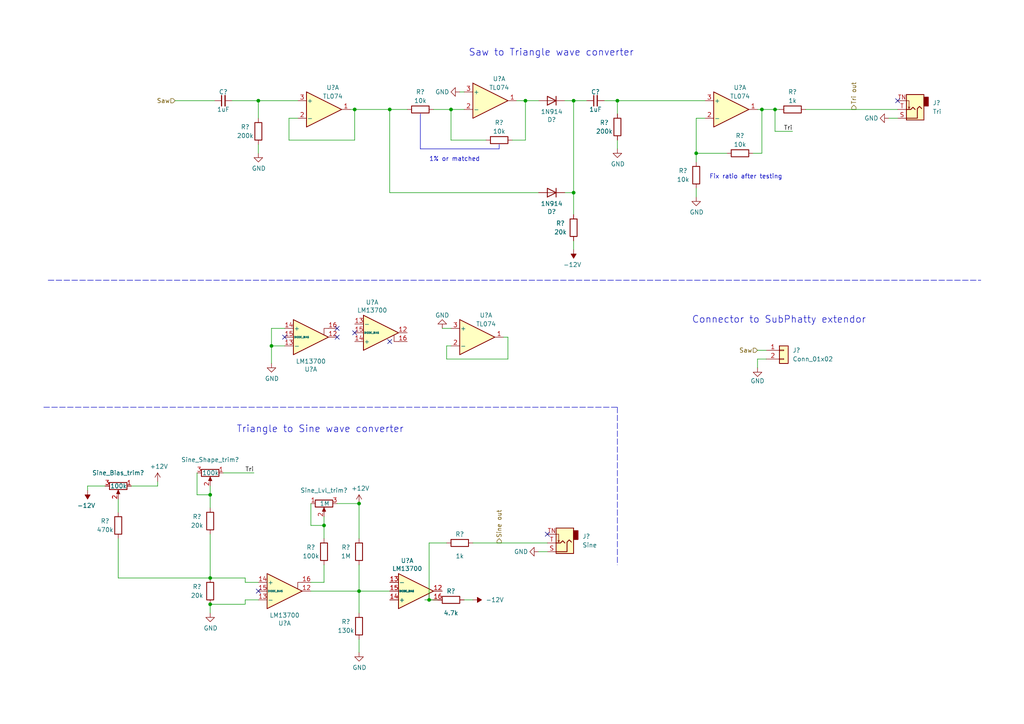
<source format=kicad_sch>
(kicad_sch
	(version 20250114)
	(generator "eeschema")
	(generator_version "9.0")
	(uuid "6ffeb540-7fdc-45a9-a1f0-c71f8863d36e")
	(paper "A4")
	(title_block
		(title "CD40106 VCO")
		(date "2023-12-10")
		(rev "1.0")
		(company "Bleep Sound")
	)
	(lib_symbols
		(symbol "Amplifier_Operational:LM13700"
			(pin_names
				(offset 0.127)
			)
			(exclude_from_sim no)
			(in_bom yes)
			(on_board yes)
			(property "Reference" "U"
				(at 3.81 5.08 0)
				(effects
					(font
						(size 1.27 1.27)
					)
				)
			)
			(property "Value" "LM13700"
				(at 5.08 -5.08 0)
				(effects
					(font
						(size 1.27 1.27)
					)
				)
			)
			(property "Footprint" ""
				(at -7.62 0.635 0)
				(effects
					(font
						(size 1.27 1.27)
					)
					(hide yes)
				)
			)
			(property "Datasheet" "http://www.ti.com/lit/ds/symlink/lm13700.pdf"
				(at -7.62 0.635 0)
				(effects
					(font
						(size 1.27 1.27)
					)
					(hide yes)
				)
			)
			(property "Description" "Dual Operational Transconductance Amplifiers with Linearizing Diodes and Buffers, DIP-16/SOIC-16"
				(at 0 0 0)
				(effects
					(font
						(size 1.27 1.27)
					)
					(hide yes)
				)
			)
			(property "ki_locked" ""
				(at 0 0 0)
				(effects
					(font
						(size 1.27 1.27)
					)
				)
			)
			(property "ki_keywords" "operational transconductance amplifier OTA"
				(at 0 0 0)
				(effects
					(font
						(size 1.27 1.27)
					)
					(hide yes)
				)
			)
			(property "ki_fp_filters" "SOIC*3.9x9.9mm*P1.27mm* DIP*W7.62mm*"
				(at 0 0 0)
				(effects
					(font
						(size 1.27 1.27)
					)
					(hide yes)
				)
			)
			(symbol "LM13700_1_1"
				(polyline
					(pts
						(xy 3.81 -0.635) (xy 3.81 -2.54) (xy 5.08 -2.54)
					)
					(stroke
						(width 0)
						(type default)
					)
					(fill
						(type none)
					)
				)
				(polyline
					(pts
						(xy 5.08 0) (xy -5.08 -5.08) (xy -5.08 5.08) (xy 5.08 0)
					)
					(stroke
						(width 0.254)
						(type default)
					)
					(fill
						(type background)
					)
				)
				(pin input line
					(at -7.62 2.54 0)
					(length 2.54)
					(name "-"
						(effects
							(font
								(size 1.27 1.27)
							)
						)
					)
					(number "13"
						(effects
							(font
								(size 1.27 1.27)
							)
						)
					)
				)
				(pin input line
					(at -7.62 0 0)
					(length 2.54)
					(name "DIODE_BIAS"
						(effects
							(font
								(size 0.508 0.508)
							)
						)
					)
					(number "15"
						(effects
							(font
								(size 1.27 1.27)
							)
						)
					)
				)
				(pin input line
					(at -7.62 -2.54 0)
					(length 2.54)
					(name "+"
						(effects
							(font
								(size 1.27 1.27)
							)
						)
					)
					(number "14"
						(effects
							(font
								(size 1.27 1.27)
							)
						)
					)
				)
				(pin output line
					(at 7.62 0 180)
					(length 2.54)
					(name "~"
						(effects
							(font
								(size 1.27 1.27)
							)
						)
					)
					(number "12"
						(effects
							(font
								(size 1.27 1.27)
							)
						)
					)
				)
				(pin input line
					(at 7.62 -2.54 180)
					(length 2.54)
					(name "~"
						(effects
							(font
								(size 1.27 1.27)
							)
						)
					)
					(number "16"
						(effects
							(font
								(size 1.27 1.27)
							)
						)
					)
				)
			)
			(symbol "LM13700_2_0"
				(polyline
					(pts
						(xy -1.905 2.54) (xy -3.175 2.54)
					)
					(stroke
						(width 0)
						(type default)
					)
					(fill
						(type none)
					)
				)
			)
			(symbol "LM13700_2_1"
				(polyline
					(pts
						(xy -3.81 1.27) (xy -3.81 -1.27)
					)
					(stroke
						(width 0)
						(type default)
					)
					(fill
						(type none)
					)
				)
				(polyline
					(pts
						(xy -3.81 0.635) (xy -2.54 1.27) (xy -2.54 1.905) (xy -2.54 2.54)
					)
					(stroke
						(width 0)
						(type default)
					)
					(fill
						(type none)
					)
				)
				(polyline
					(pts
						(xy -3.81 -0.635) (xy -2.54 -1.27)
					)
					(stroke
						(width 0)
						(type default)
					)
					(fill
						(type none)
					)
				)
				(circle
					(center -2.54 1.905)
					(radius 0.254)
					(stroke
						(width 0.254)
						(type default)
					)
					(fill
						(type outline)
					)
				)
				(polyline
					(pts
						(xy -2.54 0) (xy -2.54 -2.54)
					)
					(stroke
						(width 0)
						(type default)
					)
					(fill
						(type none)
					)
				)
				(polyline
					(pts
						(xy -2.54 -0.635) (xy -1.27 0) (xy -1.27 1.905) (xy -2.54 1.905)
					)
					(stroke
						(width 0)
						(type default)
					)
					(fill
						(type none)
					)
				)
				(polyline
					(pts
						(xy -2.54 -1.27) (xy -3.175 -0.635) (xy -3.175 -1.27) (xy -2.54 -1.27)
					)
					(stroke
						(width 0)
						(type default)
					)
					(fill
						(type outline)
					)
				)
				(polyline
					(pts
						(xy -2.54 -1.905) (xy -1.27 -2.54)
					)
					(stroke
						(width 0)
						(type default)
					)
					(fill
						(type none)
					)
				)
				(polyline
					(pts
						(xy -1.27 -2.54) (xy -1.905 -1.905) (xy -1.905 -2.54) (xy -1.27 -2.54)
					)
					(stroke
						(width 0)
						(type default)
					)
					(fill
						(type outline)
					)
				)
				(text "V+"
					(at -2.54 3.81 0)
					(effects
						(font
							(size 1.27 1.27)
						)
					)
				)
				(pin input line
					(at -7.62 0 0)
					(length 3.81)
					(name "~"
						(effects
							(font
								(size 1.27 1.27)
							)
						)
					)
					(number "10"
						(effects
							(font
								(size 1.27 1.27)
							)
						)
					)
				)
				(pin output line
					(at 2.54 -2.54 180)
					(length 3.81)
					(name "~"
						(effects
							(font
								(size 1.27 1.27)
							)
						)
					)
					(number "9"
						(effects
							(font
								(size 1.27 1.27)
							)
						)
					)
				)
			)
			(symbol "LM13700_3_1"
				(polyline
					(pts
						(xy 3.81 -0.635) (xy 3.81 -2.54) (xy 5.08 -2.54)
					)
					(stroke
						(width 0)
						(type default)
					)
					(fill
						(type none)
					)
				)
				(polyline
					(pts
						(xy 5.08 0) (xy -5.08 -5.08) (xy -5.08 5.08) (xy 5.08 0)
					)
					(stroke
						(width 0.254)
						(type default)
					)
					(fill
						(type background)
					)
				)
				(pin input line
					(at -7.62 2.54 0)
					(length 2.54)
					(name "-"
						(effects
							(font
								(size 1.27 1.27)
							)
						)
					)
					(number "4"
						(effects
							(font
								(size 1.27 1.27)
							)
						)
					)
				)
				(pin input line
					(at -7.62 0 0)
					(length 2.54)
					(name "DIODE_BIAS"
						(effects
							(font
								(size 0.508 0.508)
							)
						)
					)
					(number "2"
						(effects
							(font
								(size 1.27 1.27)
							)
						)
					)
				)
				(pin input line
					(at -7.62 -2.54 0)
					(length 2.54)
					(name "+"
						(effects
							(font
								(size 1.27 1.27)
							)
						)
					)
					(number "3"
						(effects
							(font
								(size 1.27 1.27)
							)
						)
					)
				)
				(pin output line
					(at 7.62 0 180)
					(length 2.54)
					(name "~"
						(effects
							(font
								(size 1.27 1.27)
							)
						)
					)
					(number "5"
						(effects
							(font
								(size 1.27 1.27)
							)
						)
					)
				)
				(pin input line
					(at 7.62 -2.54 180)
					(length 2.54)
					(name "~"
						(effects
							(font
								(size 1.27 1.27)
							)
						)
					)
					(number "1"
						(effects
							(font
								(size 1.27 1.27)
							)
						)
					)
				)
			)
			(symbol "LM13700_4_0"
				(polyline
					(pts
						(xy -3.175 2.54) (xy -1.905 2.54)
					)
					(stroke
						(width 0)
						(type default)
					)
					(fill
						(type none)
					)
				)
				(text "V+"
					(at -2.54 3.81 0)
					(effects
						(font
							(size 1.27 1.27)
						)
					)
				)
			)
			(symbol "LM13700_4_1"
				(polyline
					(pts
						(xy -3.81 1.27) (xy -3.81 -1.27)
					)
					(stroke
						(width 0)
						(type default)
					)
					(fill
						(type none)
					)
				)
				(polyline
					(pts
						(xy -3.81 0.635) (xy -2.54 1.27) (xy -2.54 2.54)
					)
					(stroke
						(width 0)
						(type default)
					)
					(fill
						(type none)
					)
				)
				(polyline
					(pts
						(xy -3.81 -0.635) (xy -2.54 -1.27)
					)
					(stroke
						(width 0)
						(type default)
					)
					(fill
						(type none)
					)
				)
				(circle
					(center -2.54 1.905)
					(radius 0.254)
					(stroke
						(width 0.254)
						(type default)
					)
					(fill
						(type outline)
					)
				)
				(polyline
					(pts
						(xy -2.54 0) (xy -2.54 -2.54)
					)
					(stroke
						(width 0)
						(type default)
					)
					(fill
						(type none)
					)
				)
				(polyline
					(pts
						(xy -2.54 -0.635) (xy -1.27 0) (xy -1.27 1.905) (xy -2.54 1.905)
					)
					(stroke
						(width 0)
						(type default)
					)
					(fill
						(type none)
					)
				)
				(polyline
					(pts
						(xy -2.54 -1.27) (xy -3.175 -0.635) (xy -3.175 -1.27) (xy -2.54 -1.27)
					)
					(stroke
						(width 0)
						(type default)
					)
					(fill
						(type outline)
					)
				)
				(polyline
					(pts
						(xy -2.54 -1.905) (xy -1.27 -2.54)
					)
					(stroke
						(width 0)
						(type default)
					)
					(fill
						(type none)
					)
				)
				(polyline
					(pts
						(xy -1.27 -2.54) (xy -1.905 -1.905) (xy -1.905 -2.54) (xy -1.27 -2.54)
					)
					(stroke
						(width 0)
						(type default)
					)
					(fill
						(type outline)
					)
				)
				(pin input line
					(at -7.62 0 0)
					(length 3.81)
					(name "~"
						(effects
							(font
								(size 1.27 1.27)
							)
						)
					)
					(number "7"
						(effects
							(font
								(size 1.27 1.27)
							)
						)
					)
				)
				(pin output line
					(at 2.54 -2.54 180)
					(length 3.81)
					(name "~"
						(effects
							(font
								(size 1.27 1.27)
							)
						)
					)
					(number "8"
						(effects
							(font
								(size 1.27 1.27)
							)
						)
					)
				)
			)
			(symbol "LM13700_5_1"
				(pin power_in line
					(at -2.54 7.62 270)
					(length 3.81)
					(name "V+"
						(effects
							(font
								(size 1.27 1.27)
							)
						)
					)
					(number "11"
						(effects
							(font
								(size 1.27 1.27)
							)
						)
					)
				)
				(pin power_in line
					(at -2.54 -7.62 90)
					(length 3.81)
					(name "V-"
						(effects
							(font
								(size 1.27 1.27)
							)
						)
					)
					(number "6"
						(effects
							(font
								(size 1.27 1.27)
							)
						)
					)
				)
			)
			(embedded_fonts no)
		)
		(symbol "Amplifier_Operational:TL074"
			(pin_names
				(offset 0.127)
			)
			(exclude_from_sim no)
			(in_bom yes)
			(on_board yes)
			(property "Reference" "U"
				(at 0 5.08 0)
				(effects
					(font
						(size 1.27 1.27)
					)
					(justify left)
				)
			)
			(property "Value" "TL074"
				(at 0 -5.08 0)
				(effects
					(font
						(size 1.27 1.27)
					)
					(justify left)
				)
			)
			(property "Footprint" ""
				(at -1.27 2.54 0)
				(effects
					(font
						(size 1.27 1.27)
					)
					(hide yes)
				)
			)
			(property "Datasheet" "http://www.ti.com/lit/ds/symlink/tl071.pdf"
				(at 1.27 5.08 0)
				(effects
					(font
						(size 1.27 1.27)
					)
					(hide yes)
				)
			)
			(property "Description" "Quad Low-Noise JFET-Input Operational Amplifiers, DIP-14/SOIC-14"
				(at 0 0 0)
				(effects
					(font
						(size 1.27 1.27)
					)
					(hide yes)
				)
			)
			(property "ki_locked" ""
				(at 0 0 0)
				(effects
					(font
						(size 1.27 1.27)
					)
				)
			)
			(property "ki_keywords" "quad opamp"
				(at 0 0 0)
				(effects
					(font
						(size 1.27 1.27)
					)
					(hide yes)
				)
			)
			(property "ki_fp_filters" "SOIC*3.9x8.7mm*P1.27mm* DIP*W7.62mm* TSSOP*4.4x5mm*P0.65mm* SSOP*5.3x6.2mm*P0.65mm* MSOP*3x3mm*P0.5mm*"
				(at 0 0 0)
				(effects
					(font
						(size 1.27 1.27)
					)
					(hide yes)
				)
			)
			(symbol "TL074_1_1"
				(polyline
					(pts
						(xy -5.08 5.08) (xy 5.08 0) (xy -5.08 -5.08) (xy -5.08 5.08)
					)
					(stroke
						(width 0.254)
						(type default)
					)
					(fill
						(type background)
					)
				)
				(pin input line
					(at -7.62 2.54 0)
					(length 2.54)
					(name "+"
						(effects
							(font
								(size 1.27 1.27)
							)
						)
					)
					(number "3"
						(effects
							(font
								(size 1.27 1.27)
							)
						)
					)
				)
				(pin input line
					(at -7.62 -2.54 0)
					(length 2.54)
					(name "-"
						(effects
							(font
								(size 1.27 1.27)
							)
						)
					)
					(number "2"
						(effects
							(font
								(size 1.27 1.27)
							)
						)
					)
				)
				(pin output line
					(at 7.62 0 180)
					(length 2.54)
					(name "~"
						(effects
							(font
								(size 1.27 1.27)
							)
						)
					)
					(number "1"
						(effects
							(font
								(size 1.27 1.27)
							)
						)
					)
				)
			)
			(symbol "TL074_2_1"
				(polyline
					(pts
						(xy -5.08 5.08) (xy 5.08 0) (xy -5.08 -5.08) (xy -5.08 5.08)
					)
					(stroke
						(width 0.254)
						(type default)
					)
					(fill
						(type background)
					)
				)
				(pin input line
					(at -7.62 2.54 0)
					(length 2.54)
					(name "+"
						(effects
							(font
								(size 1.27 1.27)
							)
						)
					)
					(number "5"
						(effects
							(font
								(size 1.27 1.27)
							)
						)
					)
				)
				(pin input line
					(at -7.62 -2.54 0)
					(length 2.54)
					(name "-"
						(effects
							(font
								(size 1.27 1.27)
							)
						)
					)
					(number "6"
						(effects
							(font
								(size 1.27 1.27)
							)
						)
					)
				)
				(pin output line
					(at 7.62 0 180)
					(length 2.54)
					(name "~"
						(effects
							(font
								(size 1.27 1.27)
							)
						)
					)
					(number "7"
						(effects
							(font
								(size 1.27 1.27)
							)
						)
					)
				)
			)
			(symbol "TL074_3_1"
				(polyline
					(pts
						(xy -5.08 5.08) (xy 5.08 0) (xy -5.08 -5.08) (xy -5.08 5.08)
					)
					(stroke
						(width 0.254)
						(type default)
					)
					(fill
						(type background)
					)
				)
				(pin input line
					(at -7.62 2.54 0)
					(length 2.54)
					(name "+"
						(effects
							(font
								(size 1.27 1.27)
							)
						)
					)
					(number "10"
						(effects
							(font
								(size 1.27 1.27)
							)
						)
					)
				)
				(pin input line
					(at -7.62 -2.54 0)
					(length 2.54)
					(name "-"
						(effects
							(font
								(size 1.27 1.27)
							)
						)
					)
					(number "9"
						(effects
							(font
								(size 1.27 1.27)
							)
						)
					)
				)
				(pin output line
					(at 7.62 0 180)
					(length 2.54)
					(name "~"
						(effects
							(font
								(size 1.27 1.27)
							)
						)
					)
					(number "8"
						(effects
							(font
								(size 1.27 1.27)
							)
						)
					)
				)
			)
			(symbol "TL074_4_1"
				(polyline
					(pts
						(xy -5.08 5.08) (xy 5.08 0) (xy -5.08 -5.08) (xy -5.08 5.08)
					)
					(stroke
						(width 0.254)
						(type default)
					)
					(fill
						(type background)
					)
				)
				(pin input line
					(at -7.62 2.54 0)
					(length 2.54)
					(name "+"
						(effects
							(font
								(size 1.27 1.27)
							)
						)
					)
					(number "12"
						(effects
							(font
								(size 1.27 1.27)
							)
						)
					)
				)
				(pin input line
					(at -7.62 -2.54 0)
					(length 2.54)
					(name "-"
						(effects
							(font
								(size 1.27 1.27)
							)
						)
					)
					(number "13"
						(effects
							(font
								(size 1.27 1.27)
							)
						)
					)
				)
				(pin output line
					(at 7.62 0 180)
					(length 2.54)
					(name "~"
						(effects
							(font
								(size 1.27 1.27)
							)
						)
					)
					(number "14"
						(effects
							(font
								(size 1.27 1.27)
							)
						)
					)
				)
			)
			(symbol "TL074_5_1"
				(pin power_in line
					(at -2.54 7.62 270)
					(length 3.81)
					(name "V+"
						(effects
							(font
								(size 1.27 1.27)
							)
						)
					)
					(number "4"
						(effects
							(font
								(size 1.27 1.27)
							)
						)
					)
				)
				(pin power_in line
					(at -2.54 -7.62 90)
					(length 3.81)
					(name "V-"
						(effects
							(font
								(size 1.27 1.27)
							)
						)
					)
					(number "11"
						(effects
							(font
								(size 1.27 1.27)
							)
						)
					)
				)
			)
			(embedded_fonts no)
		)
		(symbol "Connector_Generic:Conn_01x02"
			(pin_names
				(offset 1.016)
				(hide yes)
			)
			(exclude_from_sim no)
			(in_bom yes)
			(on_board yes)
			(property "Reference" "J"
				(at 0 2.54 0)
				(effects
					(font
						(size 1.27 1.27)
					)
				)
			)
			(property "Value" "Conn_01x02"
				(at 0 -5.08 0)
				(effects
					(font
						(size 1.27 1.27)
					)
				)
			)
			(property "Footprint" ""
				(at 0 0 0)
				(effects
					(font
						(size 1.27 1.27)
					)
					(hide yes)
				)
			)
			(property "Datasheet" "~"
				(at 0 0 0)
				(effects
					(font
						(size 1.27 1.27)
					)
					(hide yes)
				)
			)
			(property "Description" "Generic connector, single row, 01x02, script generated (kicad-library-utils/schlib/autogen/connector/)"
				(at 0 0 0)
				(effects
					(font
						(size 1.27 1.27)
					)
					(hide yes)
				)
			)
			(property "ki_keywords" "connector"
				(at 0 0 0)
				(effects
					(font
						(size 1.27 1.27)
					)
					(hide yes)
				)
			)
			(property "ki_fp_filters" "Connector*:*_1x??_*"
				(at 0 0 0)
				(effects
					(font
						(size 1.27 1.27)
					)
					(hide yes)
				)
			)
			(symbol "Conn_01x02_1_1"
				(rectangle
					(start -1.27 1.27)
					(end 1.27 -3.81)
					(stroke
						(width 0.254)
						(type default)
					)
					(fill
						(type background)
					)
				)
				(rectangle
					(start -1.27 0.127)
					(end 0 -0.127)
					(stroke
						(width 0.1524)
						(type default)
					)
					(fill
						(type none)
					)
				)
				(rectangle
					(start -1.27 -2.413)
					(end 0 -2.667)
					(stroke
						(width 0.1524)
						(type default)
					)
					(fill
						(type none)
					)
				)
				(pin passive line
					(at -5.08 0 0)
					(length 3.81)
					(name "Pin_1"
						(effects
							(font
								(size 1.27 1.27)
							)
						)
					)
					(number "1"
						(effects
							(font
								(size 1.27 1.27)
							)
						)
					)
				)
				(pin passive line
					(at -5.08 -2.54 0)
					(length 3.81)
					(name "Pin_2"
						(effects
							(font
								(size 1.27 1.27)
							)
						)
					)
					(number "2"
						(effects
							(font
								(size 1.27 1.27)
							)
						)
					)
				)
			)
			(embedded_fonts no)
		)
		(symbol "Device:C_Small"
			(pin_numbers
				(hide yes)
			)
			(pin_names
				(offset 0.254)
				(hide yes)
			)
			(exclude_from_sim no)
			(in_bom yes)
			(on_board yes)
			(property "Reference" "C"
				(at 0.254 1.778 0)
				(effects
					(font
						(size 1.27 1.27)
					)
					(justify left)
				)
			)
			(property "Value" "C_Small"
				(at 0.254 -2.032 0)
				(effects
					(font
						(size 1.27 1.27)
					)
					(justify left)
				)
			)
			(property "Footprint" ""
				(at 0 0 0)
				(effects
					(font
						(size 1.27 1.27)
					)
					(hide yes)
				)
			)
			(property "Datasheet" "~"
				(at 0 0 0)
				(effects
					(font
						(size 1.27 1.27)
					)
					(hide yes)
				)
			)
			(property "Description" "Unpolarized capacitor, small symbol"
				(at 0 0 0)
				(effects
					(font
						(size 1.27 1.27)
					)
					(hide yes)
				)
			)
			(property "ki_keywords" "capacitor cap"
				(at 0 0 0)
				(effects
					(font
						(size 1.27 1.27)
					)
					(hide yes)
				)
			)
			(property "ki_fp_filters" "C_*"
				(at 0 0 0)
				(effects
					(font
						(size 1.27 1.27)
					)
					(hide yes)
				)
			)
			(symbol "C_Small_0_1"
				(polyline
					(pts
						(xy -1.524 0.508) (xy 1.524 0.508)
					)
					(stroke
						(width 0.3048)
						(type default)
					)
					(fill
						(type none)
					)
				)
				(polyline
					(pts
						(xy -1.524 -0.508) (xy 1.524 -0.508)
					)
					(stroke
						(width 0.3302)
						(type default)
					)
					(fill
						(type none)
					)
				)
			)
			(symbol "C_Small_1_1"
				(pin passive line
					(at 0 2.54 270)
					(length 2.032)
					(name "~"
						(effects
							(font
								(size 1.27 1.27)
							)
						)
					)
					(number "1"
						(effects
							(font
								(size 1.27 1.27)
							)
						)
					)
				)
				(pin passive line
					(at 0 -2.54 90)
					(length 2.032)
					(name "~"
						(effects
							(font
								(size 1.27 1.27)
							)
						)
					)
					(number "2"
						(effects
							(font
								(size 1.27 1.27)
							)
						)
					)
				)
			)
			(embedded_fonts no)
		)
		(symbol "Device:D"
			(pin_numbers
				(hide yes)
			)
			(pin_names
				(offset 1.016)
				(hide yes)
			)
			(exclude_from_sim no)
			(in_bom yes)
			(on_board yes)
			(property "Reference" "D"
				(at 0 2.54 0)
				(effects
					(font
						(size 1.27 1.27)
					)
				)
			)
			(property "Value" "D"
				(at 0 -2.54 0)
				(effects
					(font
						(size 1.27 1.27)
					)
				)
			)
			(property "Footprint" ""
				(at 0 0 0)
				(effects
					(font
						(size 1.27 1.27)
					)
					(hide yes)
				)
			)
			(property "Datasheet" "~"
				(at 0 0 0)
				(effects
					(font
						(size 1.27 1.27)
					)
					(hide yes)
				)
			)
			(property "Description" "Diode"
				(at 0 0 0)
				(effects
					(font
						(size 1.27 1.27)
					)
					(hide yes)
				)
			)
			(property "ki_keywords" "diode"
				(at 0 0 0)
				(effects
					(font
						(size 1.27 1.27)
					)
					(hide yes)
				)
			)
			(property "ki_fp_filters" "TO-???* *_Diode_* *SingleDiode* D_*"
				(at 0 0 0)
				(effects
					(font
						(size 1.27 1.27)
					)
					(hide yes)
				)
			)
			(symbol "D_0_1"
				(polyline
					(pts
						(xy -1.27 1.27) (xy -1.27 -1.27)
					)
					(stroke
						(width 0.254)
						(type default)
					)
					(fill
						(type none)
					)
				)
				(polyline
					(pts
						(xy 1.27 1.27) (xy 1.27 -1.27) (xy -1.27 0) (xy 1.27 1.27)
					)
					(stroke
						(width 0.254)
						(type default)
					)
					(fill
						(type none)
					)
				)
				(polyline
					(pts
						(xy 1.27 0) (xy -1.27 0)
					)
					(stroke
						(width 0)
						(type default)
					)
					(fill
						(type none)
					)
				)
			)
			(symbol "D_1_1"
				(pin passive line
					(at -3.81 0 0)
					(length 2.54)
					(name "K"
						(effects
							(font
								(size 1.27 1.27)
							)
						)
					)
					(number "1"
						(effects
							(font
								(size 1.27 1.27)
							)
						)
					)
				)
				(pin passive line
					(at 3.81 0 180)
					(length 2.54)
					(name "A"
						(effects
							(font
								(size 1.27 1.27)
							)
						)
					)
					(number "2"
						(effects
							(font
								(size 1.27 1.27)
							)
						)
					)
				)
			)
			(embedded_fonts no)
		)
		(symbol "Device:R"
			(pin_numbers
				(hide yes)
			)
			(pin_names
				(offset 0)
			)
			(exclude_from_sim no)
			(in_bom yes)
			(on_board yes)
			(property "Reference" "R"
				(at 2.032 0 90)
				(effects
					(font
						(size 1.27 1.27)
					)
				)
			)
			(property "Value" "R"
				(at 0 0 90)
				(effects
					(font
						(size 1.27 1.27)
					)
				)
			)
			(property "Footprint" ""
				(at -1.778 0 90)
				(effects
					(font
						(size 1.27 1.27)
					)
					(hide yes)
				)
			)
			(property "Datasheet" "~"
				(at 0 0 0)
				(effects
					(font
						(size 1.27 1.27)
					)
					(hide yes)
				)
			)
			(property "Description" "Resistor"
				(at 0 0 0)
				(effects
					(font
						(size 1.27 1.27)
					)
					(hide yes)
				)
			)
			(property "ki_keywords" "R res resistor"
				(at 0 0 0)
				(effects
					(font
						(size 1.27 1.27)
					)
					(hide yes)
				)
			)
			(property "ki_fp_filters" "R_*"
				(at 0 0 0)
				(effects
					(font
						(size 1.27 1.27)
					)
					(hide yes)
				)
			)
			(symbol "R_0_1"
				(rectangle
					(start -1.016 -2.54)
					(end 1.016 2.54)
					(stroke
						(width 0.254)
						(type default)
					)
					(fill
						(type none)
					)
				)
			)
			(symbol "R_1_1"
				(pin passive line
					(at 0 3.81 270)
					(length 1.27)
					(name "~"
						(effects
							(font
								(size 1.27 1.27)
							)
						)
					)
					(number "1"
						(effects
							(font
								(size 1.27 1.27)
							)
						)
					)
				)
				(pin passive line
					(at 0 -3.81 90)
					(length 1.27)
					(name "~"
						(effects
							(font
								(size 1.27 1.27)
							)
						)
					)
					(number "2"
						(effects
							(font
								(size 1.27 1.27)
							)
						)
					)
				)
			)
			(embedded_fonts no)
		)
		(symbol "Device:R_POT"
			(pin_names
				(offset 1.016)
				(hide yes)
			)
			(exclude_from_sim no)
			(in_bom yes)
			(on_board yes)
			(property "Reference" "RV"
				(at -4.445 0 90)
				(effects
					(font
						(size 1.27 1.27)
					)
				)
			)
			(property "Value" "Device_R_POT"
				(at -2.54 0 90)
				(effects
					(font
						(size 1.27 1.27)
					)
				)
			)
			(property "Footprint" ""
				(at 0 0 0)
				(effects
					(font
						(size 1.27 1.27)
					)
					(hide yes)
				)
			)
			(property "Datasheet" ""
				(at 0 0 0)
				(effects
					(font
						(size 1.27 1.27)
					)
					(hide yes)
				)
			)
			(property "Description" ""
				(at 0 0 0)
				(effects
					(font
						(size 1.27 1.27)
					)
					(hide yes)
				)
			)
			(property "ki_fp_filters" "Potentiometer*"
				(at 0 0 0)
				(effects
					(font
						(size 1.27 1.27)
					)
					(hide yes)
				)
			)
			(symbol "R_POT_0_1"
				(rectangle
					(start 1.016 2.54)
					(end -1.016 -2.54)
					(stroke
						(width 0.254)
						(type default)
					)
					(fill
						(type none)
					)
				)
				(polyline
					(pts
						(xy 1.143 0) (xy 2.286 0.508) (xy 2.286 -0.508) (xy 1.143 0)
					)
					(stroke
						(width 0)
						(type default)
					)
					(fill
						(type outline)
					)
				)
				(polyline
					(pts
						(xy 2.54 0) (xy 1.524 0)
					)
					(stroke
						(width 0)
						(type default)
					)
					(fill
						(type none)
					)
				)
			)
			(symbol "R_POT_1_1"
				(pin passive line
					(at 0 3.81 270)
					(length 1.27)
					(name "1"
						(effects
							(font
								(size 1.27 1.27)
							)
						)
					)
					(number "1"
						(effects
							(font
								(size 1.27 1.27)
							)
						)
					)
				)
				(pin passive line
					(at 0 -3.81 90)
					(length 1.27)
					(name "3"
						(effects
							(font
								(size 1.27 1.27)
							)
						)
					)
					(number "3"
						(effects
							(font
								(size 1.27 1.27)
							)
						)
					)
				)
				(pin passive line
					(at 3.81 0 180)
					(length 1.27)
					(name "2"
						(effects
							(font
								(size 1.27 1.27)
							)
						)
					)
					(number "2"
						(effects
							(font
								(size 1.27 1.27)
							)
						)
					)
				)
			)
			(embedded_fonts no)
		)
		(symbol "Kicad-perso:AudioJack_Switch"
			(exclude_from_sim no)
			(in_bom yes)
			(on_board yes)
			(property "Reference" "J2"
				(at 0.508 8.636 0)
				(effects
					(font
						(size 1.27 1.27)
					)
				)
			)
			(property "Value" "Out1"
				(at 0.508 6.35 0)
				(effects
					(font
						(size 1.27 1.27)
					)
				)
			)
			(property "Footprint" "Kicad-perso:Thonkiconn"
				(at 0 6.858 0)
				(effects
					(font
						(size 1.27 1.27)
					)
					(hide yes)
				)
			)
			(property "Datasheet" "~"
				(at 0.127 5.588 0)
				(effects
					(font
						(size 1.27 1.27)
					)
					(hide yes)
				)
			)
			(property "Description" "Thonkiconn Audio Jack"
				(at 0 0 0)
				(effects
					(font
						(size 1.27 1.27)
					)
					(hide yes)
				)
			)
			(property "Comments" "Thonkiconn jack"
				(at 0.508 5.461 0)
				(effects
					(font
						(size 1.27 1.27)
					)
					(hide yes)
				)
			)
			(property "ki_keywords" "audio jack receptacle mono headphones phone TS connector"
				(at 0 0 0)
				(effects
					(font
						(size 1.27 1.27)
					)
					(hide yes)
				)
			)
			(property "ki_fp_filters" "Jack*"
				(at 0 0 0)
				(effects
					(font
						(size 1.27 1.27)
					)
					(hide yes)
				)
			)
			(symbol "AudioJack_Switch_0_1"
				(rectangle
					(start -3.81 2.286)
					(end -2.54 -0.254)
					(stroke
						(width 0.254)
						(type default)
					)
					(fill
						(type outline)
					)
				)
				(rectangle
					(start -2.54 3.048)
					(end 2.54 -4.318)
					(stroke
						(width 0.254)
						(type default)
					)
					(fill
						(type background)
					)
				)
			)
			(symbol "AudioJack_Switch_1_1"
				(polyline
					(pts
						(xy 0 -1.27) (xy 0.635 -0.635) (xy 1.27 -1.27) (xy 2.54 -1.27)
					)
					(stroke
						(width 0.254)
						(type default)
					)
					(fill
						(type none)
					)
				)
				(polyline
					(pts
						(xy 1.778 -1.016) (xy 2.032 -0.508)
					)
					(stroke
						(width 0)
						(type default)
					)
					(fill
						(type none)
					)
				)
				(polyline
					(pts
						(xy 2.54 1.27) (xy 1.778 1.27) (xy 1.778 -1.016) (xy 1.524 -0.508)
					)
					(stroke
						(width 0)
						(type default)
					)
					(fill
						(type none)
					)
				)
				(polyline
					(pts
						(xy 2.54 -3.81) (xy -0.635 -3.81) (xy -0.635 -1.016) (xy -1.27 -0.381) (xy -1.905 -1.016)
					)
					(stroke
						(width 0.254)
						(type default)
					)
					(fill
						(type none)
					)
				)
				(pin passive line
					(at 5.08 1.27 180)
					(length 2.54)
					(name "~"
						(effects
							(font
								(size 1.27 1.27)
							)
						)
					)
					(number "TN"
						(effects
							(font
								(size 1.27 1.27)
							)
						)
					)
				)
				(pin passive line
					(at 5.08 -1.27 180)
					(length 2.54)
					(name "~"
						(effects
							(font
								(size 1.27 1.27)
							)
						)
					)
					(number "T"
						(effects
							(font
								(size 1.27 1.27)
							)
						)
					)
				)
				(pin passive line
					(at 5.08 -3.81 180)
					(length 2.54)
					(name "~"
						(effects
							(font
								(size 1.27 1.27)
							)
						)
					)
					(number "S"
						(effects
							(font
								(size 1.27 1.27)
							)
						)
					)
				)
			)
			(embedded_fonts no)
		)
		(symbol "power:+12V"
			(power)
			(pin_names
				(offset 0)
			)
			(exclude_from_sim no)
			(in_bom yes)
			(on_board yes)
			(property "Reference" "#PWR"
				(at 0 -3.81 0)
				(effects
					(font
						(size 1.27 1.27)
					)
					(hide yes)
				)
			)
			(property "Value" "+12V"
				(at 0 3.556 0)
				(effects
					(font
						(size 1.27 1.27)
					)
				)
			)
			(property "Footprint" ""
				(at 0 0 0)
				(effects
					(font
						(size 1.27 1.27)
					)
					(hide yes)
				)
			)
			(property "Datasheet" ""
				(at 0 0 0)
				(effects
					(font
						(size 1.27 1.27)
					)
					(hide yes)
				)
			)
			(property "Description" "Power symbol creates a global label with name \"+12V\""
				(at 0 0 0)
				(effects
					(font
						(size 1.27 1.27)
					)
					(hide yes)
				)
			)
			(property "ki_keywords" "power-flag"
				(at 0 0 0)
				(effects
					(font
						(size 1.27 1.27)
					)
					(hide yes)
				)
			)
			(symbol "+12V_0_1"
				(polyline
					(pts
						(xy -0.762 1.27) (xy 0 2.54)
					)
					(stroke
						(width 0)
						(type default)
					)
					(fill
						(type none)
					)
				)
				(polyline
					(pts
						(xy 0 2.54) (xy 0.762 1.27)
					)
					(stroke
						(width 0)
						(type default)
					)
					(fill
						(type none)
					)
				)
				(polyline
					(pts
						(xy 0 0) (xy 0 2.54)
					)
					(stroke
						(width 0)
						(type default)
					)
					(fill
						(type none)
					)
				)
			)
			(symbol "+12V_1_1"
				(pin power_in line
					(at 0 0 90)
					(length 0)
					(hide yes)
					(name "+12V"
						(effects
							(font
								(size 1.27 1.27)
							)
						)
					)
					(number "1"
						(effects
							(font
								(size 1.27 1.27)
							)
						)
					)
				)
			)
			(embedded_fonts no)
		)
		(symbol "power:-12V"
			(power)
			(pin_names
				(offset 0)
			)
			(exclude_from_sim no)
			(in_bom yes)
			(on_board yes)
			(property "Reference" "#PWR"
				(at 0 2.54 0)
				(effects
					(font
						(size 1.27 1.27)
					)
					(hide yes)
				)
			)
			(property "Value" "-12V"
				(at 0 3.81 0)
				(effects
					(font
						(size 1.27 1.27)
					)
				)
			)
			(property "Footprint" ""
				(at 0 0 0)
				(effects
					(font
						(size 1.27 1.27)
					)
					(hide yes)
				)
			)
			(property "Datasheet" ""
				(at 0 0 0)
				(effects
					(font
						(size 1.27 1.27)
					)
					(hide yes)
				)
			)
			(property "Description" "Power symbol creates a global label with name \"-12V\""
				(at 0 0 0)
				(effects
					(font
						(size 1.27 1.27)
					)
					(hide yes)
				)
			)
			(property "ki_keywords" "power-flag"
				(at 0 0 0)
				(effects
					(font
						(size 1.27 1.27)
					)
					(hide yes)
				)
			)
			(symbol "-12V_0_0"
				(pin power_in line
					(at 0 0 90)
					(length 0)
					(hide yes)
					(name "-12V"
						(effects
							(font
								(size 1.27 1.27)
							)
						)
					)
					(number "1"
						(effects
							(font
								(size 1.27 1.27)
							)
						)
					)
				)
			)
			(symbol "-12V_0_1"
				(polyline
					(pts
						(xy 0 0) (xy 0 1.27) (xy 0.762 1.27) (xy 0 2.54) (xy -0.762 1.27) (xy 0 1.27)
					)
					(stroke
						(width 0)
						(type default)
					)
					(fill
						(type outline)
					)
				)
			)
			(embedded_fonts no)
		)
		(symbol "power:GND"
			(power)
			(pin_names
				(offset 0)
			)
			(exclude_from_sim no)
			(in_bom yes)
			(on_board yes)
			(property "Reference" "#PWR"
				(at 0 -6.35 0)
				(effects
					(font
						(size 1.27 1.27)
					)
					(hide yes)
				)
			)
			(property "Value" "GND"
				(at 0 -3.81 0)
				(effects
					(font
						(size 1.27 1.27)
					)
				)
			)
			(property "Footprint" ""
				(at 0 0 0)
				(effects
					(font
						(size 1.27 1.27)
					)
					(hide yes)
				)
			)
			(property "Datasheet" ""
				(at 0 0 0)
				(effects
					(font
						(size 1.27 1.27)
					)
					(hide yes)
				)
			)
			(property "Description" "Power symbol creates a global label with name \"GND\" , ground"
				(at 0 0 0)
				(effects
					(font
						(size 1.27 1.27)
					)
					(hide yes)
				)
			)
			(property "ki_keywords" "power-flag"
				(at 0 0 0)
				(effects
					(font
						(size 1.27 1.27)
					)
					(hide yes)
				)
			)
			(symbol "GND_0_1"
				(polyline
					(pts
						(xy 0 0) (xy 0 -1.27) (xy 1.27 -1.27) (xy 0 -2.54) (xy -1.27 -1.27) (xy 0 -1.27)
					)
					(stroke
						(width 0)
						(type default)
					)
					(fill
						(type none)
					)
				)
			)
			(symbol "GND_1_1"
				(pin power_in line
					(at 0 0 270)
					(length 0)
					(hide yes)
					(name "GND"
						(effects
							(font
								(size 1.27 1.27)
							)
						)
					)
					(number "1"
						(effects
							(font
								(size 1.27 1.27)
							)
						)
					)
				)
			)
			(embedded_fonts no)
		)
	)
	(text "Saw to Triangle wave converter"
		(exclude_from_sim no)
		(at 135.89 16.51 0)
		(effects
			(font
				(size 2 2)
			)
			(justify left bottom)
		)
		(uuid "0503b135-8492-49bc-83da-2e1ba39a1986")
	)
	(text "Triangle to Sine wave converter"
		(exclude_from_sim no)
		(at 68.58 125.73 0)
		(effects
			(font
				(size 2 2)
			)
			(justify left bottom)
		)
		(uuid "2ec6b64f-338e-424e-b310-8804240e6576")
	)
	(text "Fix ratio after testing"
		(exclude_from_sim no)
		(at 205.74 52.07 0)
		(effects
			(font
				(size 1.27 1.27)
			)
			(justify left bottom)
		)
		(uuid "8155ae08-a845-4317-a09e-e9220c208888")
	)
	(text "1% or matched"
		(exclude_from_sim no)
		(at 124.46 46.99 0)
		(effects
			(font
				(size 1.27 1.27)
			)
			(justify left bottom)
		)
		(uuid "da834018-97ca-415c-a97c-c063a3e86f03")
	)
	(text "Connector to SubPhatty extendor"
		(exclude_from_sim no)
		(at 200.66 93.98 0)
		(effects
			(font
				(size 2 2)
			)
			(justify left bottom)
		)
		(uuid "ffc5a7a0-7ed1-4a7e-8c82-a24425bf830d")
	)
	(junction
		(at 60.96 143.51)
		(diameter 0)
		(color 0 0 0 0)
		(uuid "076444a9-6e7e-47ef-b499-1eff509b6fa9")
	)
	(junction
		(at 60.96 167.64)
		(diameter 0)
		(color 0 0 0 0)
		(uuid "17825bbf-5641-4854-9876-055192e07908")
	)
	(junction
		(at 220.98 31.75)
		(diameter 0)
		(color 0 0 0 0)
		(uuid "32945353-6948-4c9e-8160-f22e3c56b510")
	)
	(junction
		(at 78.74 100.33)
		(diameter 0)
		(color 0 0 0 0)
		(uuid "37464030-553e-4b81-a399-9a161226223a")
	)
	(junction
		(at 93.98 152.4)
		(diameter 0)
		(color 0 0 0 0)
		(uuid "3e696774-2ab7-495a-a018-ee046bd9f56c")
	)
	(junction
		(at 201.93 44.45)
		(diameter 0)
		(color 0 0 0 0)
		(uuid "44e45963-0352-41f7-8c62-57f11bd1b19b")
	)
	(junction
		(at 104.14 171.45)
		(diameter 0)
		(color 0 0 0 0)
		(uuid "4aca0bb1-36d9-40f9-ab58-320a97e6af46")
	)
	(junction
		(at 74.93 29.21)
		(diameter 0)
		(color 0 0 0 0)
		(uuid "600ad1d1-03b3-4e46-a2f1-c14e6e7e03c0")
	)
	(junction
		(at 166.37 29.21)
		(diameter 0)
		(color 0 0 0 0)
		(uuid "6375765a-d9cc-4f28-b9f8-c97d7173fa24")
	)
	(junction
		(at 104.14 146.05)
		(diameter 0)
		(color 0 0 0 0)
		(uuid "6f12d849-3493-460f-bd0f-dca706dea4b5")
	)
	(junction
		(at 113.03 31.75)
		(diameter 0)
		(color 0 0 0 0)
		(uuid "9d335e42-5ed1-4823-8423-10b2e8644f4f")
	)
	(junction
		(at 102.87 31.75)
		(diameter 0)
		(color 0 0 0 0)
		(uuid "9f7d5649-6ffe-47d1-9ac7-03df33985410")
	)
	(junction
		(at 124.46 173.99)
		(diameter 0)
		(color 0 0 0 0)
		(uuid "b6b17190-68a8-4d03-a624-b023e9ea211f")
	)
	(junction
		(at 224.79 31.75)
		(diameter 0)
		(color 0 0 0 0)
		(uuid "ba3802c4-03a1-4f0b-96aa-fc7319d371e1")
	)
	(junction
		(at 130.81 31.75)
		(diameter 0)
		(color 0 0 0 0)
		(uuid "bcedc519-0d4c-4a61-a0f4-5ba1f46dcde5")
	)
	(junction
		(at 60.96 175.26)
		(diameter 0)
		(color 0 0 0 0)
		(uuid "d998b9ea-3432-4761-b090-19ac6f35e1d9")
	)
	(junction
		(at 179.07 29.21)
		(diameter 0)
		(color 0 0 0 0)
		(uuid "dd830614-d09c-4af6-a472-146515b116ba")
	)
	(junction
		(at 166.37 55.88)
		(diameter 0)
		(color 0 0 0 0)
		(uuid "e60be212-0fda-47db-9ed6-f5e619becd98")
	)
	(junction
		(at 152.4 29.21)
		(diameter 0)
		(color 0 0 0 0)
		(uuid "ee56b4c0-b111-4e11-ac32-6c012728b44e")
	)
	(no_connect
		(at 102.87 96.52)
		(uuid "4bfb8610-3ad0-44a1-a868-e926f971db19")
	)
	(no_connect
		(at 113.03 99.06)
		(uuid "50dd697b-6c58-4288-80d1-20d0e2f8df53")
	)
	(no_connect
		(at 158.75 154.94)
		(uuid "5275e853-628d-4b7d-b834-ff9cd337d02e")
	)
	(no_connect
		(at 97.79 95.25)
		(uuid "6638fa02-6698-4332-89f0-78180209e7ab")
	)
	(no_connect
		(at 74.93 171.45)
		(uuid "9aec147f-2ec5-4bb2-8ec8-39fd7fbee755")
	)
	(no_connect
		(at 97.79 97.79)
		(uuid "9d110fc4-b1d8-4dd6-a667-c46e006ce19a")
	)
	(no_connect
		(at 82.55 97.79)
		(uuid "c1b1ad63-27e1-415a-b03a-0c83a42a7223")
	)
	(no_connect
		(at 260.35 29.21)
		(uuid "e2476d1a-3e7f-44e1-8f41-f8091ac7caf3")
	)
	(polyline
		(pts
			(xy 13.97 81.28) (xy 284.48 81.28)
		)
		(stroke
			(width 0)
			(type dash)
		)
		(uuid "012e8d26-1385-4e27-b212-74837852fbd6")
	)
	(wire
		(pts
			(xy 166.37 55.88) (xy 166.37 62.23)
		)
		(stroke
			(width 0)
			(type default)
		)
		(uuid "014daf93-6c8b-4789-9161-2ba1a8a5a428")
	)
	(wire
		(pts
			(xy 134.62 26.67) (xy 133.35 26.67)
		)
		(stroke
			(width 0)
			(type default)
		)
		(uuid "016ca047-724f-4557-ba2e-bc00fc36fe15")
	)
	(wire
		(pts
			(xy 201.93 44.45) (xy 210.82 44.45)
		)
		(stroke
			(width 0)
			(type default)
		)
		(uuid "018e7b98-21bb-4cbc-b6bd-8487d84a6b83")
	)
	(polyline
		(pts
			(xy 144.78 41.91) (xy 144.78 43.18)
		)
		(stroke
			(width 0)
			(type default)
		)
		(uuid "058ff55f-5474-4383-bbe7-74bbcddea440")
	)
	(polyline
		(pts
			(xy 12.7 118.11) (xy 179.07 118.11)
		)
		(stroke
			(width 0)
			(type dash)
		)
		(uuid "075cdf3d-86d0-4d46-b338-f447e66224c6")
	)
	(wire
		(pts
			(xy 64.77 137.16) (xy 73.66 137.16)
		)
		(stroke
			(width 0)
			(type default)
		)
		(uuid "08f2a1e0-404d-43be-9bfe-2f119dc843f6")
	)
	(wire
		(pts
			(xy 201.93 34.29) (xy 201.93 44.45)
		)
		(stroke
			(width 0)
			(type default)
		)
		(uuid "0b39ede8-6525-4b2d-b557-e0caec9aeba3")
	)
	(wire
		(pts
			(xy 158.75 160.02) (xy 156.21 160.02)
		)
		(stroke
			(width 0)
			(type default)
		)
		(uuid "0bf00abd-3b42-4ed3-b728-445a0c6ff8a8")
	)
	(wire
		(pts
			(xy 60.96 143.51) (xy 60.96 147.32)
		)
		(stroke
			(width 0)
			(type default)
		)
		(uuid "12673aca-1d85-4caf-b2c7-b527f36e7719")
	)
	(wire
		(pts
			(xy 130.81 95.25) (xy 128.27 95.25)
		)
		(stroke
			(width 0)
			(type default)
		)
		(uuid "1712322e-1af5-44da-81b9-f61c7c601219")
	)
	(wire
		(pts
			(xy 104.14 171.45) (xy 104.14 177.8)
		)
		(stroke
			(width 0)
			(type default)
		)
		(uuid "1822e50e-802a-473d-8364-d1723d2f9dbf")
	)
	(wire
		(pts
			(xy 113.03 31.75) (xy 113.03 55.88)
		)
		(stroke
			(width 0)
			(type default)
		)
		(uuid "1ad5cfc7-457c-4fe2-b3a5-f28a45229cee")
	)
	(wire
		(pts
			(xy 71.12 168.91) (xy 74.93 168.91)
		)
		(stroke
			(width 0)
			(type default)
		)
		(uuid "1c2c4140-c951-4bfd-9008-f440564022f4")
	)
	(wire
		(pts
			(xy 97.79 146.05) (xy 104.14 146.05)
		)
		(stroke
			(width 0)
			(type default)
		)
		(uuid "2ac04f0e-cf47-4b10-adad-3168fce68f0f")
	)
	(wire
		(pts
			(xy 71.12 173.99) (xy 71.12 175.26)
		)
		(stroke
			(width 0)
			(type default)
		)
		(uuid "2b821111-ba2b-45ee-842f-4d67dfd243b6")
	)
	(wire
		(pts
			(xy 74.93 29.21) (xy 74.93 34.29)
		)
		(stroke
			(width 0)
			(type default)
		)
		(uuid "2daaa068-999e-4634-9d82-b2ae12b2eb01")
	)
	(wire
		(pts
			(xy 78.74 100.33) (xy 78.74 105.41)
		)
		(stroke
			(width 0)
			(type default)
		)
		(uuid "2f643223-7ff2-4896-9b19-961b183e7a2a")
	)
	(wire
		(pts
			(xy 45.72 139.7) (xy 45.72 140.97)
		)
		(stroke
			(width 0)
			(type default)
		)
		(uuid "2f7657f4-ae5a-4221-8436-f43545ad1860")
	)
	(wire
		(pts
			(xy 224.79 31.75) (xy 220.98 31.75)
		)
		(stroke
			(width 0)
			(type default)
		)
		(uuid "310ef736-e601-4138-b138-7497419ab974")
	)
	(wire
		(pts
			(xy 71.12 167.64) (xy 71.12 168.91)
		)
		(stroke
			(width 0)
			(type default)
		)
		(uuid "31d8353b-365b-47ba-bee4-679dfcf1d179")
	)
	(wire
		(pts
			(xy 175.26 29.21) (xy 179.07 29.21)
		)
		(stroke
			(width 0)
			(type default)
		)
		(uuid "32aa3fb4-2d19-4e28-8715-ea2b3fbbe5fd")
	)
	(wire
		(pts
			(xy 34.29 148.59) (xy 34.29 144.78)
		)
		(stroke
			(width 0)
			(type default)
		)
		(uuid "38fee750-51b3-4056-87d5-34fbf418610e")
	)
	(wire
		(pts
			(xy 129.54 100.33) (xy 130.81 100.33)
		)
		(stroke
			(width 0)
			(type default)
		)
		(uuid "3b0e6b97-c2e2-4e36-9a91-d89b0c93d842")
	)
	(wire
		(pts
			(xy 74.93 41.91) (xy 74.93 44.45)
		)
		(stroke
			(width 0)
			(type default)
		)
		(uuid "3ff85664-96a4-4432-b797-8bddd0996f17")
	)
	(wire
		(pts
			(xy 130.81 31.75) (xy 130.81 40.64)
		)
		(stroke
			(width 0)
			(type default)
		)
		(uuid "404d9855-466b-4ef2-93d6-a896e9398a16")
	)
	(wire
		(pts
			(xy 222.25 104.14) (xy 219.71 104.14)
		)
		(stroke
			(width 0)
			(type default)
		)
		(uuid "40c7e7e7-581e-48e9-92fe-ab8f108df200")
	)
	(wire
		(pts
			(xy 179.07 29.21) (xy 204.47 29.21)
		)
		(stroke
			(width 0)
			(type default)
		)
		(uuid "41ebc4f9-4145-425f-b472-7a09597c38c3")
	)
	(wire
		(pts
			(xy 129.54 104.14) (xy 147.32 104.14)
		)
		(stroke
			(width 0)
			(type default)
		)
		(uuid "4325be59-0d2d-475a-aa32-e668bca5eeb2")
	)
	(wire
		(pts
			(xy 74.93 173.99) (xy 71.12 173.99)
		)
		(stroke
			(width 0)
			(type default)
		)
		(uuid "43550a4e-bdb6-4d2c-9d4d-f1cc3fd48baf")
	)
	(wire
		(pts
			(xy 25.4 140.97) (xy 25.4 142.24)
		)
		(stroke
			(width 0)
			(type default)
		)
		(uuid "461b5311-e920-4653-8762-6f80ddaecf5e")
	)
	(wire
		(pts
			(xy 93.98 163.83) (xy 93.98 168.91)
		)
		(stroke
			(width 0)
			(type default)
		)
		(uuid "4ae2ab82-93e4-471b-8e53-5e26e359e1b9")
	)
	(wire
		(pts
			(xy 50.8 29.21) (xy 62.23 29.21)
		)
		(stroke
			(width 0)
			(type default)
		)
		(uuid "4ff7814e-6c8f-444d-823c-82f558e414c1")
	)
	(wire
		(pts
			(xy 38.1 140.97) (xy 45.72 140.97)
		)
		(stroke
			(width 0)
			(type default)
		)
		(uuid "51685b93-f9a3-43dd-8290-3d165bb7137c")
	)
	(wire
		(pts
			(xy 104.14 185.42) (xy 104.14 189.23)
		)
		(stroke
			(width 0)
			(type default)
		)
		(uuid "52fa9402-2ef3-4097-9578-0b4ec97b7f20")
	)
	(wire
		(pts
			(xy 220.98 44.45) (xy 218.44 44.45)
		)
		(stroke
			(width 0)
			(type default)
		)
		(uuid "5373b7bc-adb8-47e2-a58d-e00539e8571b")
	)
	(wire
		(pts
			(xy 147.32 97.79) (xy 146.05 97.79)
		)
		(stroke
			(width 0)
			(type default)
		)
		(uuid "5960c794-c5e0-4bd4-b975-018e32871585")
	)
	(wire
		(pts
			(xy 233.68 31.75) (xy 260.35 31.75)
		)
		(stroke
			(width 0)
			(type default)
		)
		(uuid "59e44008-1d04-41ab-ab74-28645eee70a7")
	)
	(wire
		(pts
			(xy 219.71 31.75) (xy 220.98 31.75)
		)
		(stroke
			(width 0)
			(type default)
		)
		(uuid "5a8ae32c-7773-4536-acb4-eda742689220")
	)
	(wire
		(pts
			(xy 86.36 34.29) (xy 83.82 34.29)
		)
		(stroke
			(width 0)
			(type default)
		)
		(uuid "5b366758-43fb-47d2-9229-007f5502d3c8")
	)
	(wire
		(pts
			(xy 83.82 34.29) (xy 83.82 40.64)
		)
		(stroke
			(width 0)
			(type default)
		)
		(uuid "5db14f5a-d909-4a0a-b29c-2cdb6a40bfab")
	)
	(wire
		(pts
			(xy 125.73 31.75) (xy 130.81 31.75)
		)
		(stroke
			(width 0)
			(type default)
		)
		(uuid "60062cd0-c304-4714-a452-e9735b605415")
	)
	(polyline
		(pts
			(xy 121.92 33.02) (xy 121.92 43.18)
		)
		(stroke
			(width 0)
			(type default)
		)
		(uuid "61b8accb-c471-4b1c-8bff-3a6048b3f1d8")
	)
	(wire
		(pts
			(xy 30.48 140.97) (xy 25.4 140.97)
		)
		(stroke
			(width 0)
			(type default)
		)
		(uuid "6416b1ea-8473-41a9-9c98-66524652cafa")
	)
	(wire
		(pts
			(xy 201.93 44.45) (xy 201.93 46.99)
		)
		(stroke
			(width 0)
			(type default)
		)
		(uuid "64cc8894-e7b7-44ef-9aea-d28bc737740e")
	)
	(wire
		(pts
			(xy 148.59 40.64) (xy 152.4 40.64)
		)
		(stroke
			(width 0)
			(type default)
		)
		(uuid "66f94f6f-a425-45fd-a31b-b4b9d738fe17")
	)
	(wire
		(pts
			(xy 60.96 167.64) (xy 71.12 167.64)
		)
		(stroke
			(width 0)
			(type default)
		)
		(uuid "68211838-93b6-4ccc-b53b-42516607a213")
	)
	(wire
		(pts
			(xy 152.4 29.21) (xy 149.86 29.21)
		)
		(stroke
			(width 0)
			(type default)
		)
		(uuid "68e224a0-aaaf-4a76-a0af-450e12511233")
	)
	(wire
		(pts
			(xy 156.21 29.21) (xy 152.4 29.21)
		)
		(stroke
			(width 0)
			(type default)
		)
		(uuid "6b327a1f-d7cc-4081-ba34-eea18a63d4dd")
	)
	(wire
		(pts
			(xy 130.81 31.75) (xy 134.62 31.75)
		)
		(stroke
			(width 0)
			(type default)
		)
		(uuid "72a2b1cb-04e2-4615-ab04-36f3cb11f22a")
	)
	(wire
		(pts
			(xy 90.17 146.05) (xy 90.17 152.4)
		)
		(stroke
			(width 0)
			(type default)
		)
		(uuid "73e8745f-d978-4bff-a62e-b1ea4d819825")
	)
	(wire
		(pts
			(xy 93.98 168.91) (xy 90.17 168.91)
		)
		(stroke
			(width 0)
			(type default)
		)
		(uuid "76b7c34b-5cbc-4f57-9cb6-4e85d7e7f47b")
	)
	(polyline
		(pts
			(xy 179.07 118.11) (xy 179.07 163.83)
		)
		(stroke
			(width 0)
			(type dash)
		)
		(uuid "77dd5841-6b03-43fb-8fb1-5d403c4a90bd")
	)
	(polyline
		(pts
			(xy 121.92 43.18) (xy 144.78 43.18)
		)
		(stroke
			(width 0)
			(type default)
		)
		(uuid "7da439ed-141b-486f-bc62-88b50316cb46")
	)
	(wire
		(pts
			(xy 60.96 140.97) (xy 60.96 143.51)
		)
		(stroke
			(width 0)
			(type default)
		)
		(uuid "7f9a21e6-c537-4079-a271-f41ed5e3c5ff")
	)
	(wire
		(pts
			(xy 34.29 156.21) (xy 34.29 167.64)
		)
		(stroke
			(width 0)
			(type default)
		)
		(uuid "8379efca-f328-4d7b-9e69-cb71b545c5e4")
	)
	(wire
		(pts
			(xy 83.82 40.64) (xy 102.87 40.64)
		)
		(stroke
			(width 0)
			(type default)
		)
		(uuid "85563a54-e424-462a-b7f8-c158fec5aa05")
	)
	(wire
		(pts
			(xy 57.15 143.51) (xy 60.96 143.51)
		)
		(stroke
			(width 0)
			(type default)
		)
		(uuid "8a095672-f8b2-4bd0-aff7-83b08885d91b")
	)
	(wire
		(pts
			(xy 224.79 38.1) (xy 229.87 38.1)
		)
		(stroke
			(width 0)
			(type default)
		)
		(uuid "8aa359ea-38ef-4d36-9f6e-769d00b68c2a")
	)
	(wire
		(pts
			(xy 166.37 55.88) (xy 163.83 55.88)
		)
		(stroke
			(width 0)
			(type default)
		)
		(uuid "8e5e1d58-910a-4ad0-8614-23cd0482e580")
	)
	(wire
		(pts
			(xy 102.87 31.75) (xy 101.6 31.75)
		)
		(stroke
			(width 0)
			(type default)
		)
		(uuid "8ea60f45-a33a-4e92-8af3-e7ab2bba9c2a")
	)
	(wire
		(pts
			(xy 163.83 29.21) (xy 166.37 29.21)
		)
		(stroke
			(width 0)
			(type default)
		)
		(uuid "8fe5307e-2835-4b24-8fc8-47351ec07eba")
	)
	(wire
		(pts
			(xy 204.47 34.29) (xy 201.93 34.29)
		)
		(stroke
			(width 0)
			(type default)
		)
		(uuid "91d0849d-87e6-47be-9dd4-8cd2d6e3eb5c")
	)
	(wire
		(pts
			(xy 78.74 100.33) (xy 82.55 100.33)
		)
		(stroke
			(width 0)
			(type default)
		)
		(uuid "9229db55-9fe3-4075-8c21-9d2960897fc7")
	)
	(wire
		(pts
			(xy 147.32 97.79) (xy 147.32 104.14)
		)
		(stroke
			(width 0)
			(type default)
		)
		(uuid "95653227-e9c8-48b6-899a-8379007634c7")
	)
	(wire
		(pts
			(xy 179.07 29.21) (xy 179.07 33.02)
		)
		(stroke
			(width 0)
			(type default)
		)
		(uuid "9879bc6d-9255-40de-99b4-282f64bccad6")
	)
	(wire
		(pts
			(xy 130.81 40.64) (xy 140.97 40.64)
		)
		(stroke
			(width 0)
			(type default)
		)
		(uuid "9c2aeb2f-81ce-43d1-a6af-858645dcbd06")
	)
	(wire
		(pts
			(xy 82.55 95.25) (xy 78.74 95.25)
		)
		(stroke
			(width 0)
			(type default)
		)
		(uuid "9d86577b-99da-47f4-ae9e-bfdcbd52bb1f")
	)
	(wire
		(pts
			(xy 74.93 29.21) (xy 86.36 29.21)
		)
		(stroke
			(width 0)
			(type default)
		)
		(uuid "9d8717e5-5a36-484b-a3d5-f551d62edbb7")
	)
	(wire
		(pts
			(xy 129.54 100.33) (xy 129.54 104.14)
		)
		(stroke
			(width 0)
			(type default)
		)
		(uuid "a577205e-c393-41ff-a1fb-a8223e3bc023")
	)
	(wire
		(pts
			(xy 102.87 31.75) (xy 113.03 31.75)
		)
		(stroke
			(width 0)
			(type default)
		)
		(uuid "a57d4cc0-e36f-4a83-a717-5e68f49415f5")
	)
	(wire
		(pts
			(xy 137.16 157.48) (xy 158.75 157.48)
		)
		(stroke
			(width 0)
			(type default)
		)
		(uuid "a65156bf-05a3-4331-af3c-559e96ce7207")
	)
	(wire
		(pts
			(xy 166.37 29.21) (xy 166.37 55.88)
		)
		(stroke
			(width 0)
			(type default)
		)
		(uuid "a79f3186-c748-485c-91bb-602e75be1280")
	)
	(wire
		(pts
			(xy 57.15 137.16) (xy 57.15 143.51)
		)
		(stroke
			(width 0)
			(type default)
		)
		(uuid "ad3ad643-e6e7-4156-9f54-788370af3604")
	)
	(wire
		(pts
			(xy 113.03 55.88) (xy 156.21 55.88)
		)
		(stroke
			(width 0)
			(type default)
		)
		(uuid "b5319e1d-5f19-450b-910e-f4bd146fb3f1")
	)
	(wire
		(pts
			(xy 93.98 152.4) (xy 93.98 156.21)
		)
		(stroke
			(width 0)
			(type default)
		)
		(uuid "b7c9d7ad-6dbf-470f-88c6-54529467c5e7")
	)
	(wire
		(pts
			(xy 78.74 95.25) (xy 78.74 100.33)
		)
		(stroke
			(width 0)
			(type default)
		)
		(uuid "b8e2c065-2f57-4e1f-a5c4-6877180e04f4")
	)
	(wire
		(pts
			(xy 127 173.99) (xy 124.46 173.99)
		)
		(stroke
			(width 0)
			(type default)
		)
		(uuid "b955db47-6f99-4a4d-bfa5-835dae7913ae")
	)
	(wire
		(pts
			(xy 104.14 163.83) (xy 104.14 171.45)
		)
		(stroke
			(width 0)
			(type default)
		)
		(uuid "be27ebc0-9c3c-42b3-aea5-285fbef4e91b")
	)
	(wire
		(pts
			(xy 60.96 154.94) (xy 60.96 167.64)
		)
		(stroke
			(width 0)
			(type default)
		)
		(uuid "bf11b09a-7816-4872-9736-52ac2f35b78e")
	)
	(wire
		(pts
			(xy 219.71 104.14) (xy 219.71 106.68)
		)
		(stroke
			(width 0)
			(type default)
		)
		(uuid "bfbd0cfa-24fb-4ed8-822a-050e7c28b4cf")
	)
	(wire
		(pts
			(xy 104.14 171.45) (xy 113.03 171.45)
		)
		(stroke
			(width 0)
			(type default)
		)
		(uuid "c2634cf2-14f4-4f07-bf93-ab92ee8faa86")
	)
	(wire
		(pts
			(xy 260.35 34.29) (xy 257.81 34.29)
		)
		(stroke
			(width 0)
			(type default)
		)
		(uuid "cae90dbb-6c4d-49ac-904f-d63fdd05682a")
	)
	(wire
		(pts
			(xy 166.37 29.21) (xy 170.18 29.21)
		)
		(stroke
			(width 0)
			(type default)
		)
		(uuid "d19f8a71-e6a2-4348-af19-89e46261b4d4")
	)
	(wire
		(pts
			(xy 226.06 31.75) (xy 224.79 31.75)
		)
		(stroke
			(width 0)
			(type default)
		)
		(uuid "d2c46cf0-50bc-4b8a-b6b9-8381785d21ab")
	)
	(wire
		(pts
			(xy 134.62 173.99) (xy 137.16 173.99)
		)
		(stroke
			(width 0)
			(type default)
		)
		(uuid "d7df8096-aec2-4381-a599-cdc142c41fe8")
	)
	(wire
		(pts
			(xy 124.46 157.48) (xy 124.46 173.99)
		)
		(stroke
			(width 0)
			(type default)
		)
		(uuid "d8b70537-fa06-4549-b3e8-eb01db0865a3")
	)
	(wire
		(pts
			(xy 152.4 40.64) (xy 152.4 29.21)
		)
		(stroke
			(width 0)
			(type default)
		)
		(uuid "d906eb55-b484-4668-8733-8e7b8683fca9")
	)
	(wire
		(pts
			(xy 60.96 175.26) (xy 60.96 177.8)
		)
		(stroke
			(width 0)
			(type default)
		)
		(uuid "dbc46474-95d0-46fd-9818-49c988e89713")
	)
	(wire
		(pts
			(xy 201.93 54.61) (xy 201.93 57.15)
		)
		(stroke
			(width 0)
			(type default)
		)
		(uuid "e2d69edc-5265-4204-9633-8aefe7137351")
	)
	(wire
		(pts
			(xy 166.37 69.85) (xy 166.37 72.39)
		)
		(stroke
			(width 0)
			(type default)
		)
		(uuid "e43de36e-ef46-407b-a864-ccedf20dab2d")
	)
	(wire
		(pts
			(xy 113.03 31.75) (xy 118.11 31.75)
		)
		(stroke
			(width 0)
			(type default)
		)
		(uuid "e65b6a09-b4d7-49a3-8865-5e29266bbabb")
	)
	(wire
		(pts
			(xy 129.54 157.48) (xy 124.46 157.48)
		)
		(stroke
			(width 0)
			(type default)
		)
		(uuid "e87b3c9b-c85b-40da-bd95-0dd35536aa7b")
	)
	(wire
		(pts
			(xy 34.29 167.64) (xy 60.96 167.64)
		)
		(stroke
			(width 0)
			(type default)
		)
		(uuid "ea10a627-7eb8-4cc7-9d74-316449862de0")
	)
	(wire
		(pts
			(xy 102.87 40.64) (xy 102.87 31.75)
		)
		(stroke
			(width 0)
			(type default)
		)
		(uuid "ea7ec354-b1bb-44c4-bb75-be40b9c54eab")
	)
	(wire
		(pts
			(xy 220.98 31.75) (xy 220.98 44.45)
		)
		(stroke
			(width 0)
			(type default)
		)
		(uuid "eee329d2-e610-43f2-af4d-e64b4492fa99")
	)
	(wire
		(pts
			(xy 219.71 101.6) (xy 222.25 101.6)
		)
		(stroke
			(width 0)
			(type default)
		)
		(uuid "ef7c1363-cf59-4a8c-b636-125aed0533f4")
	)
	(wire
		(pts
			(xy 60.96 175.26) (xy 71.12 175.26)
		)
		(stroke
			(width 0)
			(type default)
		)
		(uuid "f01ae747-7a34-4184-ae07-a8c824f8a872")
	)
	(wire
		(pts
			(xy 179.07 40.64) (xy 179.07 43.18)
		)
		(stroke
			(width 0)
			(type default)
		)
		(uuid "f2aa4a97-a356-40a2-a689-097f2df8c900")
	)
	(wire
		(pts
			(xy 90.17 171.45) (xy 104.14 171.45)
		)
		(stroke
			(width 0)
			(type default)
		)
		(uuid "f35d141c-b14c-405e-9428-56236237cb96")
	)
	(wire
		(pts
			(xy 67.31 29.21) (xy 74.93 29.21)
		)
		(stroke
			(width 0)
			(type default)
		)
		(uuid "f608933b-af44-4d0f-976b-f004315fa966")
	)
	(wire
		(pts
			(xy 104.14 146.05) (xy 104.14 156.21)
		)
		(stroke
			(width 0)
			(type default)
		)
		(uuid "f6718aa2-10b4-465e-8709-d87488412f9e")
	)
	(wire
		(pts
			(xy 93.98 149.86) (xy 93.98 152.4)
		)
		(stroke
			(width 0)
			(type default)
		)
		(uuid "f6dac2cc-3209-4177-b47f-afc5a0033018")
	)
	(wire
		(pts
			(xy 90.17 152.4) (xy 93.98 152.4)
		)
		(stroke
			(width 0)
			(type default)
		)
		(uuid "f93a372b-c689-4e41-addb-3b73afdb227d")
	)
	(wire
		(pts
			(xy 224.79 31.75) (xy 224.79 38.1)
		)
		(stroke
			(width 0)
			(type default)
		)
		(uuid "fddc7b1b-caf4-4d5d-9144-912bb9266254")
	)
	(wire
		(pts
			(xy 124.46 173.99) (xy 123.19 173.99)
		)
		(stroke
			(width 0)
			(type default)
		)
		(uuid "fe3430b5-b6d7-4277-bccf-162233830373")
	)
	(label "Tri"
		(at 73.66 137.16 180)
		(effects
			(font
				(size 1.27 1.27)
			)
			(justify right bottom)
		)
		(uuid "3702a307-ab4a-48f5-baba-593e48c47d23")
	)
	(label "Tri"
		(at 229.87 38.1 180)
		(effects
			(font
				(size 1.27 1.27)
			)
			(justify right bottom)
		)
		(uuid "f7187ccf-d73a-4cf9-a780-aa47e9c0b517")
	)
	(hierarchical_label "Saw"
		(shape input)
		(at 50.8 29.21 180)
		(effects
			(font
				(size 1.27 1.27)
			)
			(justify right)
		)
		(uuid "0258d91f-7f47-48ca-a30b-0c36acda31cb")
	)
	(hierarchical_label "Saw"
		(shape input)
		(at 219.71 101.6 180)
		(effects
			(font
				(size 1.27 1.27)
			)
			(justify right)
		)
		(uuid "13eed7f3-9200-4ddd-945f-9f6e29a60ba7")
	)
	(hierarchical_label "Tri out"
		(shape output)
		(at 247.65 31.75 90)
		(effects
			(font
				(size 1.27 1.27)
			)
			(justify left)
		)
		(uuid "24d53e46-0284-4b36-81ad-3cae2f682c1a")
	)
	(hierarchical_label "Sine out"
		(shape output)
		(at 144.78 157.48 90)
		(effects
			(font
				(size 1.27 1.27)
			)
			(justify left)
		)
		(uuid "80d9998f-1861-4a82-bc5f-c63115016d79")
	)
	(symbol
		(lib_id "power:GND")
		(at 104.14 189.23 0)
		(unit 1)
		(exclude_from_sim no)
		(in_bom yes)
		(on_board yes)
		(dnp no)
		(uuid "0511ad21-f50d-47de-b81c-40fb0dd7ada1")
		(property "Reference" "#PWR?"
			(at 104.14 195.58 0)
			(effects
				(font
					(size 1.27 1.27)
				)
				(hide yes)
			)
		)
		(property "Value" "GND"
			(at 104.267 193.6242 0)
			(effects
				(font
					(size 1.27 1.27)
				)
			)
		)
		(property "Footprint" ""
			(at 104.14 189.23 0)
			(effects
				(font
					(size 1.27 1.27)
				)
				(hide yes)
			)
		)
		(property "Datasheet" ""
			(at 104.14 189.23 0)
			(effects
				(font
					(size 1.27 1.27)
				)
				(hide yes)
			)
		)
		(property "Description" ""
			(at 104.14 189.23 0)
			(effects
				(font
					(size 1.27 1.27)
				)
			)
		)
		(pin "1"
			(uuid "05fb286f-a865-4d5e-94b1-d861007b0880")
		)
		(instances
			(project "WaveConverter"
				(path "/6ffeb540-7fdc-45a9-a1f0-c71f8863d36e"
					(reference "#PWR?")
					(unit 1)
				)
			)
			(project "CD40106_VCO"
				(path "/fea7c5d1-76d6-41a0-b5e3-29889dbb8ce0/9c69c853-342d-4663-b733-f98569aee5a3"
					(reference "#PWR049")
					(unit 1)
				)
			)
		)
	)
	(symbol
		(lib_id "Device:R_POT")
		(at 93.98 146.05 90)
		(mirror x)
		(unit 1)
		(exclude_from_sim no)
		(in_bom yes)
		(on_board yes)
		(dnp no)
		(uuid "0efa000f-34fd-4666-91ef-c8347e1c7b5a")
		(property "Reference" "Sine_Lvl_trim?"
			(at 93.98 142.24 90)
			(effects
				(font
					(size 1.27 1.27)
				)
			)
		)
		(property "Value" "1M"
			(at 92.71 146.05 90)
			(effects
				(font
					(size 1.27 1.27)
				)
				(justify right)
			)
		)
		(property "Footprint" "Potentiometer_THT:Potentiometer_Bourns_3386C_Horizontal"
			(at 93.98 146.05 0)
			(effects
				(font
					(size 1.27 1.27)
				)
				(hide yes)
			)
		)
		(property "Datasheet" "https://www.taydaelectronics.com/potentiometer-variable-resistors/cermet-potentiometers/3296w/1m-ohm-trimmer-potentiometer-cermet-25-turns-3296w.html"
			(at 93.98 146.05 0)
			(effects
				(font
					(size 1.27 1.27)
				)
				(hide yes)
			)
		)
		(property "Description" ""
			(at 93.98 146.05 0)
			(effects
				(font
					(size 1.27 1.27)
				)
			)
		)
		(property "manf" "ALPHA"
			(at 93.98 146.05 90)
			(effects
				(font
					(size 1.27 1.27)
				)
				(hide yes)
			)
		)
		(property "manf#" ""
			(at 93.98 146.05 90)
			(effects
				(font
					(size 1.27 1.27)
				)
				(hide yes)
			)
		)
		(property "Comments" "Use multi turn Cermet style 3296 pots "
			(at 93.98 146.05 90)
			(effects
				(font
					(size 1.27 1.27)
				)
				(hide yes)
			)
		)
		(pin "1"
			(uuid "ff4d7d9e-219e-438a-ba66-d0142001e849")
		)
		(pin "2"
			(uuid "0bb5eb08-4c27-44b2-93bf-eeb8b1aec515")
		)
		(pin "3"
			(uuid "771c40cf-5a4f-4928-818d-806c974e086f")
		)
		(instances
			(project "WaveConverter"
				(path "/6ffeb540-7fdc-45a9-a1f0-c71f8863d36e"
					(reference "Sine_Lvl_trim?")
					(unit 1)
				)
			)
			(project "CD40106_VCO"
				(path "/fea7c5d1-76d6-41a0-b5e3-29889dbb8ce0/9c69c853-342d-4663-b733-f98569aee5a3"
					(reference "Sine_Lvl_trim1")
					(unit 1)
				)
			)
		)
	)
	(symbol
		(lib_id "power:GND")
		(at 219.71 106.68 0)
		(unit 1)
		(exclude_from_sim no)
		(in_bom yes)
		(on_board yes)
		(dnp no)
		(uuid "11230a4e-8e27-4f60-915b-377b3d87b7db")
		(property "Reference" "#PWR?"
			(at 219.71 113.03 0)
			(effects
				(font
					(size 1.27 1.27)
				)
				(hide yes)
			)
		)
		(property "Value" "GND"
			(at 219.71 110.49 0)
			(effects
				(font
					(size 1.27 1.27)
				)
			)
		)
		(property "Footprint" ""
			(at 219.71 106.68 0)
			(effects
				(font
					(size 1.27 1.27)
				)
				(hide yes)
			)
		)
		(property "Datasheet" ""
			(at 219.71 106.68 0)
			(effects
				(font
					(size 1.27 1.27)
				)
				(hide yes)
			)
		)
		(property "Description" ""
			(at 219.71 106.68 0)
			(effects
				(font
					(size 1.27 1.27)
				)
			)
		)
		(pin "1"
			(uuid "f0a6232c-9afb-4ca5-a85f-d12fbf54db17")
		)
		(instances
			(project "WaveConverter"
				(path "/6ffeb540-7fdc-45a9-a1f0-c71f8863d36e"
					(reference "#PWR?")
					(unit 1)
				)
			)
			(project "CD40106_VCO"
				(path "/fea7c5d1-76d6-41a0-b5e3-29889dbb8ce0/9c69c853-342d-4663-b733-f98569aee5a3"
					(reference "#PWR057")
					(unit 1)
				)
			)
		)
	)
	(symbol
		(lib_id "Device:R")
		(at 60.96 171.45 180)
		(unit 1)
		(exclude_from_sim no)
		(in_bom yes)
		(on_board yes)
		(dnp no)
		(uuid "18e23aaa-f7ff-423c-9a65-696523090db7")
		(property "Reference" "R?"
			(at 57.15 170.18 0)
			(effects
				(font
					(size 1.27 1.27)
				)
			)
		)
		(property "Value" "20k"
			(at 57.15 172.72 0)
			(effects
				(font
					(size 1.27 1.27)
				)
			)
		)
		(property "Footprint" "Resistor_THT:R_Axial_DIN0207_L6.3mm_D2.5mm_P10.16mm_Horizontal"
			(at 62.738 171.45 90)
			(effects
				(font
					(size 1.27 1.27)
				)
				(hide yes)
			)
		)
		(property "Datasheet" "~"
			(at 60.96 171.45 0)
			(effects
				(font
					(size 1.27 1.27)
				)
				(hide yes)
			)
		)
		(property "Description" ""
			(at 60.96 171.45 0)
			(effects
				(font
					(size 1.27 1.27)
				)
			)
		)
		(pin "1"
			(uuid "d7b259f6-e6b4-4097-abae-46e4b04d7ddf")
		)
		(pin "2"
			(uuid "a5c754bb-723e-4fe9-a351-2e9fc899b767")
		)
		(instances
			(project "WaveConverter"
				(path "/6ffeb540-7fdc-45a9-a1f0-c71f8863d36e"
					(reference "R?")
					(unit 1)
				)
			)
			(project "CD40106_VCO"
				(path "/fea7c5d1-76d6-41a0-b5e3-29889dbb8ce0/9c69c853-342d-4663-b733-f98569aee5a3"
					(reference "R29")
					(unit 1)
				)
			)
		)
	)
	(symbol
		(lib_id "Amplifier_Operational:LM13700")
		(at 90.17 97.79 0)
		(mirror x)
		(unit 1)
		(exclude_from_sim no)
		(in_bom yes)
		(on_board yes)
		(dnp no)
		(uuid "19610e52-e67a-4f84-b09f-3723de4df074")
		(property "Reference" "U?"
			(at 90.17 107.1118 0)
			(effects
				(font
					(size 1.27 1.27)
				)
			)
		)
		(property "Value" "LM13700"
			(at 90.17 104.8004 0)
			(effects
				(font
					(size 1.27 1.27)
				)
			)
		)
		(property "Footprint" "Package_SO:SOIC-16_3.9x9.9mm_P1.27mm"
			(at 82.55 98.425 0)
			(effects
				(font
					(size 1.27 1.27)
				)
				(hide yes)
			)
		)
		(property "Datasheet" "http://www.ti.com/lit/ds/symlink/lm13700.pdf"
			(at 82.55 98.425 0)
			(effects
				(font
					(size 1.27 1.27)
				)
				(hide yes)
			)
		)
		(property "Description" ""
			(at 90.17 97.79 0)
			(effects
				(font
					(size 1.27 1.27)
				)
			)
		)
		(property "manf" "Texas Instrument"
			(at 90.17 97.79 0)
			(effects
				(font
					(size 1.27 1.27)
				)
				(hide yes)
			)
		)
		(property "manf#" "LM13700MX/NOPB"
			(at 90.17 97.79 0)
			(effects
				(font
					(size 1.27 1.27)
				)
				(hide yes)
			)
		)
		(pin "12"
			(uuid "21f8fa6f-2388-49ce-9daa-7a64529e9c28")
		)
		(pin "13"
			(uuid "411a8098-5ac7-4d2b-a51b-5084d02db035")
		)
		(pin "14"
			(uuid "02a8a499-c804-4543-8668-73de25f2ef39")
		)
		(pin "15"
			(uuid "e46a3dc4-d603-4726-9d2e-3d5271447fc6")
		)
		(pin "16"
			(uuid "e96f9760-5536-4ea7-80bc-fd1588986b3f")
		)
		(pin "10"
			(uuid "6145f005-2f66-4760-9486-802b94856d9c")
		)
		(pin "9"
			(uuid "a5c3ca5e-c4bb-43f5-8e2e-bc8b13d00734")
		)
		(pin "1"
			(uuid "b79ce794-1131-43c1-8120-1836851445bf")
		)
		(pin "2"
			(uuid "4641436a-ea50-4c65-90e3-7d99eeb81d43")
		)
		(pin "3"
			(uuid "bf0164c5-44fb-439c-b6b4-9d5f222505c3")
		)
		(pin "4"
			(uuid "c4e8e6fb-8dfb-4c0c-b16e-f26565272d8b")
		)
		(pin "5"
			(uuid "1292f15c-88be-47e1-805f-ee30a310281f")
		)
		(pin "7"
			(uuid "75f71bb1-9000-44bf-851f-74d695845557")
		)
		(pin "8"
			(uuid "dce6b61a-d126-4317-b14f-5ebe73b3f96c")
		)
		(pin "11"
			(uuid "df1daad9-7158-4b39-b633-68440073bd92")
		)
		(pin "6"
			(uuid "81cef9c0-3779-443b-b239-9117765c397f")
		)
		(instances
			(project "WaveConverter"
				(path "/6ffeb540-7fdc-45a9-a1f0-c71f8863d36e"
					(reference "U?")
					(unit 1)
				)
			)
			(project "CD40106_VCO"
				(path "/fea7c5d1-76d6-41a0-b5e3-29889dbb8ce0/9c69c853-342d-4663-b733-f98569aee5a3"
					(reference "U6")
					(unit 1)
				)
			)
		)
	)
	(symbol
		(lib_id "Device:R")
		(at 93.98 160.02 180)
		(unit 1)
		(exclude_from_sim no)
		(in_bom yes)
		(on_board yes)
		(dnp no)
		(uuid "1be1277f-7a7b-4ee5-b836-2ae9009c53ab")
		(property "Reference" "R?"
			(at 90.17 158.75 0)
			(effects
				(font
					(size 1.27 1.27)
				)
			)
		)
		(property "Value" "100k"
			(at 90.17 161.29 0)
			(effects
				(font
					(size 1.27 1.27)
				)
			)
		)
		(property "Footprint" "Resistor_THT:R_Axial_DIN0207_L6.3mm_D2.5mm_P10.16mm_Horizontal"
			(at 95.758 160.02 90)
			(effects
				(font
					(size 1.27 1.27)
				)
				(hide yes)
			)
		)
		(property "Datasheet" "~"
			(at 93.98 160.02 0)
			(effects
				(font
					(size 1.27 1.27)
				)
				(hide yes)
			)
		)
		(property "Description" ""
			(at 93.98 160.02 0)
			(effects
				(font
					(size 1.27 1.27)
				)
			)
		)
		(pin "1"
			(uuid "8776ade1-a738-4e7b-9a73-c9c30f3694cb")
		)
		(pin "2"
			(uuid "930fa8b1-e561-4e58-8e21-ee439b0d5b48")
		)
		(instances
			(project "WaveConverter"
				(path "/6ffeb540-7fdc-45a9-a1f0-c71f8863d36e"
					(reference "R?")
					(unit 1)
				)
			)
			(project "CD40106_VCO"
				(path "/fea7c5d1-76d6-41a0-b5e3-29889dbb8ce0/9c69c853-342d-4663-b733-f98569aee5a3"
					(reference "R31")
					(unit 1)
				)
			)
		)
	)
	(symbol
		(lib_id "Device:R")
		(at 166.37 66.04 180)
		(unit 1)
		(exclude_from_sim no)
		(in_bom yes)
		(on_board yes)
		(dnp no)
		(uuid "21a6c6a8-5ad9-4482-8fe6-5f77cb0a6c2b")
		(property "Reference" "R?"
			(at 162.56 64.77 0)
			(effects
				(font
					(size 1.27 1.27)
				)
			)
		)
		(property "Value" "20k"
			(at 162.56 67.31 0)
			(effects
				(font
					(size 1.27 1.27)
				)
			)
		)
		(property "Footprint" "Resistor_THT:R_Axial_DIN0207_L6.3mm_D2.5mm_P10.16mm_Horizontal"
			(at 168.148 66.04 90)
			(effects
				(font
					(size 1.27 1.27)
				)
				(hide yes)
			)
		)
		(property "Datasheet" "~"
			(at 166.37 66.04 0)
			(effects
				(font
					(size 1.27 1.27)
				)
				(hide yes)
			)
		)
		(property "Description" ""
			(at 166.37 66.04 0)
			(effects
				(font
					(size 1.27 1.27)
				)
			)
		)
		(pin "1"
			(uuid "3c3feca3-d110-4a3b-afc9-b969a882c205")
		)
		(pin "2"
			(uuid "d758312f-31fb-4e8a-9c2c-9dda98b28b86")
		)
		(instances
			(project "WaveConverter"
				(path "/6ffeb540-7fdc-45a9-a1f0-c71f8863d36e"
					(reference "R?")
					(unit 1)
				)
			)
			(project "CD40106_VCO"
				(path "/fea7c5d1-76d6-41a0-b5e3-29889dbb8ce0/9c69c853-342d-4663-b733-f98569aee5a3"
					(reference "R38")
					(unit 1)
				)
			)
		)
	)
	(symbol
		(lib_id "power:-12V")
		(at 166.37 72.39 180)
		(unit 1)
		(exclude_from_sim no)
		(in_bom yes)
		(on_board yes)
		(dnp no)
		(uuid "237f274e-854c-4fbd-8571-25d7f62aff11")
		(property "Reference" "#PWR?"
			(at 166.37 74.93 0)
			(effects
				(font
					(size 1.27 1.27)
				)
				(hide yes)
			)
		)
		(property "Value" "-12V"
			(at 165.989 76.7842 0)
			(effects
				(font
					(size 1.27 1.27)
				)
			)
		)
		(property "Footprint" ""
			(at 166.37 72.39 0)
			(effects
				(font
					(size 1.27 1.27)
				)
				(hide yes)
			)
		)
		(property "Datasheet" ""
			(at 166.37 72.39 0)
			(effects
				(font
					(size 1.27 1.27)
				)
				(hide yes)
			)
		)
		(property "Description" ""
			(at 166.37 72.39 0)
			(effects
				(font
					(size 1.27 1.27)
				)
			)
		)
		(pin "1"
			(uuid "3760def8-39ae-4094-a686-b76975ac3ea3")
		)
		(instances
			(project "WaveConverter"
				(path "/6ffeb540-7fdc-45a9-a1f0-c71f8863d36e"
					(reference "#PWR?")
					(unit 1)
				)
			)
			(project "CD40106_VCO"
				(path "/fea7c5d1-76d6-41a0-b5e3-29889dbb8ce0/9c69c853-342d-4663-b733-f98569aee5a3"
					(reference "#PWR053")
					(unit 1)
				)
			)
		)
	)
	(symbol
		(lib_id "Device:R")
		(at 229.87 31.75 90)
		(unit 1)
		(exclude_from_sim no)
		(in_bom yes)
		(on_board yes)
		(dnp no)
		(uuid "2a3aafac-e102-45d2-b2c6-950700fa569b")
		(property "Reference" "R?"
			(at 229.87 26.67 90)
			(effects
				(font
					(size 1.27 1.27)
				)
			)
		)
		(property "Value" "1k"
			(at 229.87 29.21 90)
			(effects
				(font
					(size 1.27 1.27)
				)
			)
		)
		(property "Footprint" "Resistor_THT:R_Axial_DIN0207_L6.3mm_D2.5mm_P10.16mm_Horizontal"
			(at 229.87 33.528 90)
			(effects
				(font
					(size 1.27 1.27)
				)
				(hide yes)
			)
		)
		(property "Datasheet" "~"
			(at 229.87 31.75 0)
			(effects
				(font
					(size 1.27 1.27)
				)
				(hide yes)
			)
		)
		(property "Description" ""
			(at 229.87 31.75 0)
			(effects
				(font
					(size 1.27 1.27)
				)
			)
		)
		(pin "1"
			(uuid "88f52d70-c8eb-4e29-8546-bd0ce0029f54")
		)
		(pin "2"
			(uuid "36d3d14c-9e2f-48cf-baa6-2dd7f0a6f1c2")
		)
		(instances
			(project "WaveConverter"
				(path "/6ffeb540-7fdc-45a9-a1f0-c71f8863d36e"
					(reference "R?")
					(unit 1)
				)
			)
			(project "CD40106_VCO"
				(path "/fea7c5d1-76d6-41a0-b5e3-29889dbb8ce0/9c69c853-342d-4663-b733-f98569aee5a3"
					(reference "R44")
					(unit 1)
				)
			)
		)
	)
	(symbol
		(lib_id "Device:R")
		(at 144.78 40.64 90)
		(unit 1)
		(exclude_from_sim no)
		(in_bom yes)
		(on_board yes)
		(dnp no)
		(uuid "2a51bf82-16f3-41bc-80d8-3137e559a0ac")
		(property "Reference" "R?"
			(at 144.78 35.56 90)
			(effects
				(font
					(size 1.27 1.27)
				)
			)
		)
		(property "Value" "10k"
			(at 144.78 38.1 90)
			(effects
				(font
					(size 1.27 1.27)
				)
			)
		)
		(property "Footprint" "Resistor_THT:R_Axial_DIN0207_L6.3mm_D2.5mm_P10.16mm_Horizontal"
			(at 144.78 42.418 90)
			(effects
				(font
					(size 1.27 1.27)
				)
				(hide yes)
			)
		)
		(property "Datasheet" "~"
			(at 144.78 40.64 0)
			(effects
				(font
					(size 1.27 1.27)
				)
				(hide yes)
			)
		)
		(property "Description" ""
			(at 144.78 40.64 0)
			(effects
				(font
					(size 1.27 1.27)
				)
			)
		)
		(pin "1"
			(uuid "b0ea2c21-c893-46d2-9061-a50b9b9c30cd")
		)
		(pin "2"
			(uuid "f87b951a-09b5-476e-8b91-61542b9fcdce")
		)
		(instances
			(project "WaveConverter"
				(path "/6ffeb540-7fdc-45a9-a1f0-c71f8863d36e"
					(reference "R?")
					(unit 1)
				)
			)
			(project "CD40106_VCO"
				(path "/fea7c5d1-76d6-41a0-b5e3-29889dbb8ce0/9c69c853-342d-4663-b733-f98569aee5a3"
					(reference "R37")
					(unit 1)
				)
			)
		)
	)
	(symbol
		(lib_id "power:-12V")
		(at 137.16 173.99 270)
		(unit 1)
		(exclude_from_sim no)
		(in_bom yes)
		(on_board yes)
		(dnp no)
		(uuid "31102c5f-db79-4947-b017-83d4d9594787")
		(property "Reference" "#PWR?"
			(at 139.7 173.99 0)
			(effects
				(font
					(size 1.27 1.27)
				)
				(hide yes)
			)
		)
		(property "Value" "-12V"
			(at 143.51 173.99 90)
			(effects
				(font
					(size 1.27 1.27)
				)
			)
		)
		(property "Footprint" ""
			(at 137.16 173.99 0)
			(effects
				(font
					(size 1.27 1.27)
				)
				(hide yes)
			)
		)
		(property "Datasheet" ""
			(at 137.16 173.99 0)
			(effects
				(font
					(size 1.27 1.27)
				)
				(hide yes)
			)
		)
		(property "Description" ""
			(at 137.16 173.99 0)
			(effects
				(font
					(size 1.27 1.27)
				)
			)
		)
		(pin "1"
			(uuid "2fc70c9a-f9b2-4932-b6a3-9de3c37f9a16")
		)
		(instances
			(project "WaveConverter"
				(path "/6ffeb540-7fdc-45a9-a1f0-c71f8863d36e"
					(reference "#PWR?")
					(unit 1)
				)
			)
			(project "CD40106_VCO"
				(path "/fea7c5d1-76d6-41a0-b5e3-29889dbb8ce0/9c69c853-342d-4663-b733-f98569aee5a3"
					(reference "#PWR051")
					(unit 1)
				)
			)
		)
	)
	(symbol
		(lib_id "Device:D")
		(at 160.02 55.88 180)
		(unit 1)
		(exclude_from_sim no)
		(in_bom yes)
		(on_board yes)
		(dnp no)
		(uuid "3a438f68-5e10-43a5-94fe-cd4d864c5964")
		(property "Reference" "D?"
			(at 160.02 61.3918 0)
			(effects
				(font
					(size 1.27 1.27)
				)
			)
		)
		(property "Value" "1N914"
			(at 160.02 59.0804 0)
			(effects
				(font
					(size 1.27 1.27)
				)
			)
		)
		(property "Footprint" "Diode_THT:D_DO-35_SOD27_P7.62mm_Horizontal"
			(at 160.02 55.88 0)
			(effects
				(font
					(size 1.27 1.27)
				)
				(hide yes)
			)
		)
		(property "Datasheet" "~"
			(at 160.02 55.88 0)
			(effects
				(font
					(size 1.27 1.27)
				)
				(hide yes)
			)
		)
		(property "Description" ""
			(at 160.02 55.88 0)
			(effects
				(font
					(size 1.27 1.27)
				)
			)
		)
		(pin "1"
			(uuid "c1fae258-ffac-4048-8cd8-45f09f63bb09")
		)
		(pin "2"
			(uuid "9bb2a9a4-1f9f-4553-935b-67d432b50bf6")
		)
		(instances
			(project "WaveConverter"
				(path "/6ffeb540-7fdc-45a9-a1f0-c71f8863d36e"
					(reference "D?")
					(unit 1)
				)
			)
			(project "CD40106_VCO"
				(path "/fea7c5d1-76d6-41a0-b5e3-29889dbb8ce0/9c69c853-342d-4663-b733-f98569aee5a3"
					(reference "D4")
					(unit 1)
				)
			)
		)
	)
	(symbol
		(lib_id "Device:R")
		(at 34.29 152.4 180)
		(unit 1)
		(exclude_from_sim no)
		(in_bom yes)
		(on_board yes)
		(dnp no)
		(uuid "3db47bf2-9775-43f4-b207-bd0d2accd729")
		(property "Reference" "R?"
			(at 30.48 151.13 0)
			(effects
				(font
					(size 1.27 1.27)
				)
			)
		)
		(property "Value" "470k"
			(at 30.48 153.67 0)
			(effects
				(font
					(size 1.27 1.27)
				)
			)
		)
		(property "Footprint" "Resistor_THT:R_Axial_DIN0207_L6.3mm_D2.5mm_P10.16mm_Horizontal"
			(at 36.068 152.4 90)
			(effects
				(font
					(size 1.27 1.27)
				)
				(hide yes)
			)
		)
		(property "Datasheet" "~"
			(at 34.29 152.4 0)
			(effects
				(font
					(size 1.27 1.27)
				)
				(hide yes)
			)
		)
		(property "Description" ""
			(at 34.29 152.4 0)
			(effects
				(font
					(size 1.27 1.27)
				)
			)
		)
		(pin "1"
			(uuid "7234dc1e-baad-4b69-88ab-ad7b015f3030")
		)
		(pin "2"
			(uuid "8eead08c-3447-4ebb-9115-41ceedbfe43c")
		)
		(instances
			(project "WaveConverter"
				(path "/6ffeb540-7fdc-45a9-a1f0-c71f8863d36e"
					(reference "R?")
					(unit 1)
				)
			)
			(project "CD40106_VCO"
				(path "/fea7c5d1-76d6-41a0-b5e3-29889dbb8ce0/9c69c853-342d-4663-b733-f98569aee5a3"
					(reference "R27")
					(unit 1)
				)
			)
		)
	)
	(symbol
		(lib_id "power:GND")
		(at 201.93 57.15 0)
		(unit 1)
		(exclude_from_sim no)
		(in_bom yes)
		(on_board yes)
		(dnp no)
		(uuid "3db592e9-31df-48f9-8578-97f117f14a04")
		(property "Reference" "#PWR?"
			(at 201.93 63.5 0)
			(effects
				(font
					(size 1.27 1.27)
				)
				(hide yes)
			)
		)
		(property "Value" "GND"
			(at 202.057 61.5442 0)
			(effects
				(font
					(size 1.27 1.27)
				)
			)
		)
		(property "Footprint" ""
			(at 201.93 57.15 0)
			(effects
				(font
					(size 1.27 1.27)
				)
				(hide yes)
			)
		)
		(property "Datasheet" ""
			(at 201.93 57.15 0)
			(effects
				(font
					(size 1.27 1.27)
				)
				(hide yes)
			)
		)
		(property "Description" ""
			(at 201.93 57.15 0)
			(effects
				(font
					(size 1.27 1.27)
				)
			)
		)
		(pin "1"
			(uuid "85d05dbc-d062-498b-a709-e0501cd2294b")
		)
		(instances
			(project "WaveConverter"
				(path "/6ffeb540-7fdc-45a9-a1f0-c71f8863d36e"
					(reference "#PWR?")
					(unit 1)
				)
			)
			(project "CD40106_VCO"
				(path "/fea7c5d1-76d6-41a0-b5e3-29889dbb8ce0/9c69c853-342d-4663-b733-f98569aee5a3"
					(reference "#PWR055")
					(unit 1)
				)
			)
		)
	)
	(symbol
		(lib_id "power:GND")
		(at 257.81 34.29 270)
		(unit 1)
		(exclude_from_sim no)
		(in_bom yes)
		(on_board yes)
		(dnp no)
		(uuid "402fb163-a399-417c-b0da-9ff6809cdfd7")
		(property "Reference" "#PWR?"
			(at 251.46 34.29 0)
			(effects
				(font
					(size 1.27 1.27)
				)
				(hide yes)
			)
		)
		(property "Value" "GND"
			(at 252.73 34.29 90)
			(effects
				(font
					(size 1.27 1.27)
				)
			)
		)
		(property "Footprint" ""
			(at 257.81 34.29 0)
			(effects
				(font
					(size 1.27 1.27)
				)
				(hide yes)
			)
		)
		(property "Datasheet" ""
			(at 257.81 34.29 0)
			(effects
				(font
					(size 1.27 1.27)
				)
				(hide yes)
			)
		)
		(property "Description" ""
			(at 257.81 34.29 0)
			(effects
				(font
					(size 1.27 1.27)
				)
			)
		)
		(pin "1"
			(uuid "79f7249f-294c-4757-9bc1-3510c70bcad6")
		)
		(instances
			(project "WaveConverter"
				(path "/6ffeb540-7fdc-45a9-a1f0-c71f8863d36e"
					(reference "#PWR?")
					(unit 1)
				)
			)
			(project "CD40106_VCO"
				(path "/fea7c5d1-76d6-41a0-b5e3-29889dbb8ce0/9c69c853-342d-4663-b733-f98569aee5a3"
					(reference "#PWR058")
					(unit 1)
				)
			)
		)
	)
	(symbol
		(lib_id "Amplifier_Operational:TL074")
		(at 212.09 31.75 0)
		(unit 1)
		(exclude_from_sim no)
		(in_bom yes)
		(on_board yes)
		(dnp no)
		(uuid "467da082-2bd2-4e9f-94b1-dbf474481c4e")
		(property "Reference" "U?"
			(at 214.63 25.4 0)
			(effects
				(font
					(size 1.27 1.27)
				)
			)
		)
		(property "Value" "TL074"
			(at 214.63 27.94 0)
			(effects
				(font
					(size 1.27 1.27)
				)
			)
		)
		(property "Footprint" "Package_DIP:DIP-14_W7.62mm_Socket"
			(at 210.82 29.21 0)
			(effects
				(font
					(size 1.27 1.27)
				)
				(hide yes)
			)
		)
		(property "Datasheet" "http://www.ti.com/lit/ds/symlink/tl071.pdf"
			(at 213.36 26.67 0)
			(effects
				(font
					(size 1.27 1.27)
				)
				(hide yes)
			)
		)
		(property "Description" ""
			(at 212.09 31.75 0)
			(effects
				(font
					(size 1.27 1.27)
				)
			)
		)
		(pin "1"
			(uuid "10410330-02d0-4573-9a8b-649fafadf59a")
		)
		(pin "2"
			(uuid "1e1f4a32-dcff-4f1d-a10c-127d3efe9794")
		)
		(pin "3"
			(uuid "35c178f3-fe27-4405-814b-e5f2533929ce")
		)
		(pin "5"
			(uuid "e17b5a6b-bb49-45ab-a331-da6a2faf5fef")
		)
		(pin "6"
			(uuid "d68684f4-7c36-4b0f-b464-e161d4eb1c1c")
		)
		(pin "7"
			(uuid "3d0e4314-af67-43cf-805a-50032576e0fa")
		)
		(pin "10"
			(uuid "a119e1cc-5007-47f1-870c-78d0760ea9db")
		)
		(pin "8"
			(uuid "57fbcbad-fb9c-4f6b-bd09-ec9592b7f3fd")
		)
		(pin "9"
			(uuid "30dc18e0-b78e-4b0c-acf1-43a4295dbb3a")
		)
		(pin "12"
			(uuid "38c167d9-882e-4c76-a17b-38c93926f1b3")
		)
		(pin "13"
			(uuid "3e0ac3d5-f3e6-42a8-aa75-f94e1ea184b2")
		)
		(pin "14"
			(uuid "a19341f3-5fe7-4da3-bfe0-4b7df3da8a9d")
		)
		(pin "11"
			(uuid "e7625266-6f5c-4d60-8b50-9232bf141768")
		)
		(pin "4"
			(uuid "ef49a55b-7ff1-47fc-b78e-1aa179c5402d")
		)
		(instances
			(project "WaveConverter"
				(path "/6ffeb540-7fdc-45a9-a1f0-c71f8863d36e"
					(reference "U?")
					(unit 1)
				)
			)
			(project "CD40106_VCO"
				(path "/fea7c5d1-76d6-41a0-b5e3-29889dbb8ce0/9c69c853-342d-4663-b733-f98569aee5a3"
					(reference "U7")
					(unit 3)
				)
			)
		)
	)
	(symbol
		(lib_id "power:GND")
		(at 60.96 177.8 0)
		(unit 1)
		(exclude_from_sim no)
		(in_bom yes)
		(on_board yes)
		(dnp no)
		(uuid "468ed5c8-c597-4334-8277-8393fc438a76")
		(property "Reference" "#PWR?"
			(at 60.96 184.15 0)
			(effects
				(font
					(size 1.27 1.27)
				)
				(hide yes)
			)
		)
		(property "Value" "GND"
			(at 61.087 182.1942 0)
			(effects
				(font
					(size 1.27 1.27)
				)
			)
		)
		(property "Footprint" ""
			(at 60.96 177.8 0)
			(effects
				(font
					(size 1.27 1.27)
				)
				(hide yes)
			)
		)
		(property "Datasheet" ""
			(at 60.96 177.8 0)
			(effects
				(font
					(size 1.27 1.27)
				)
				(hide yes)
			)
		)
		(property "Description" ""
			(at 60.96 177.8 0)
			(effects
				(font
					(size 1.27 1.27)
				)
			)
		)
		(pin "1"
			(uuid "1dd0b087-bfb0-4d9c-a794-132d8a84d16f")
		)
		(instances
			(project "WaveConverter"
				(path "/6ffeb540-7fdc-45a9-a1f0-c71f8863d36e"
					(reference "#PWR?")
					(unit 1)
				)
			)
			(project "CD40106_VCO"
				(path "/fea7c5d1-76d6-41a0-b5e3-29889dbb8ce0/9c69c853-342d-4663-b733-f98569aee5a3"
					(reference "#PWR045")
					(unit 1)
				)
			)
		)
	)
	(symbol
		(lib_id "Amplifier_Operational:LM13700")
		(at 82.55 171.45 0)
		(mirror x)
		(unit 1)
		(exclude_from_sim no)
		(in_bom yes)
		(on_board yes)
		(dnp no)
		(uuid "48487638-b3a6-40c2-863b-c90973c9d602")
		(property "Reference" "U?"
			(at 82.55 180.7718 0)
			(effects
				(font
					(size 1.27 1.27)
				)
			)
		)
		(property "Value" "LM13700"
			(at 82.55 178.4604 0)
			(effects
				(font
					(size 1.27 1.27)
				)
			)
		)
		(property "Footprint" "Package_SO:SOIC-16_3.9x9.9mm_P1.27mm"
			(at 74.93 172.085 0)
			(effects
				(font
					(size 1.27 1.27)
				)
				(hide yes)
			)
		)
		(property "Datasheet" "http://www.ti.com/lit/ds/symlink/lm13700.pdf"
			(at 74.93 172.085 0)
			(effects
				(font
					(size 1.27 1.27)
				)
				(hide yes)
			)
		)
		(property "Description" ""
			(at 82.55 171.45 0)
			(effects
				(font
					(size 1.27 1.27)
				)
			)
		)
		(property "manf" "Texas Instrument"
			(at 82.55 171.45 0)
			(effects
				(font
					(size 1.27 1.27)
				)
				(hide yes)
			)
		)
		(property "manf#" "LM13700MX/NOPB"
			(at 82.55 171.45 0)
			(effects
				(font
					(size 1.27 1.27)
				)
				(hide yes)
			)
		)
		(pin "12"
			(uuid "d0110329-401a-4e32-a250-036d3e02c2fd")
		)
		(pin "13"
			(uuid "1cdfde7e-5bef-4991-bdf0-897b2aec7d79")
		)
		(pin "14"
			(uuid "74089975-d052-442d-8c95-01785473d900")
		)
		(pin "15"
			(uuid "aca02f4a-b4e9-42bc-baf6-0fb3dc213896")
		)
		(pin "16"
			(uuid "d0bd8627-7167-47c3-a591-8a13b1031793")
		)
		(pin "10"
			(uuid "66ff8718-4d4c-487a-970c-f057bd130377")
		)
		(pin "9"
			(uuid "55403598-fb61-4fd3-91a6-acd57e3597d0")
		)
		(pin "1"
			(uuid "b3a88f80-a016-4268-8ed2-8bbbf11fe4b7")
		)
		(pin "2"
			(uuid "f03165fc-7051-43ca-adca-5b81fe2775a4")
		)
		(pin "3"
			(uuid "b433ab62-25d4-4ac9-96ce-8cd1de38c42a")
		)
		(pin "4"
			(uuid "bc239c78-ace1-4ce6-a4a8-20625865b519")
		)
		(pin "5"
			(uuid "08c3c529-b39e-478b-af94-d732061e757e")
		)
		(pin "7"
			(uuid "9b006d1e-0d77-4cb4-a36c-0df9dbbe9048")
		)
		(pin "8"
			(uuid "4de4b5c2-d0b8-429e-867e-1f7674910b39")
		)
		(pin "11"
			(uuid "3d8f9829-9e8f-4f89-84da-fba66b5f9921")
		)
		(pin "6"
			(uuid "a3276560-a72f-420c-8bee-35f3d42f319e")
		)
		(instances
			(project "WaveConverter"
				(path "/6ffeb540-7fdc-45a9-a1f0-c71f8863d36e"
					(reference "U?")
					(unit 1)
				)
			)
			(project "CD40106_VCO"
				(path "/fea7c5d1-76d6-41a0-b5e3-29889dbb8ce0/9c69c853-342d-4663-b733-f98569aee5a3"
					(reference "U6")
					(unit 3)
				)
			)
		)
	)
	(symbol
		(lib_id "Amplifier_Operational:TL074")
		(at 93.98 31.75 0)
		(unit 1)
		(exclude_from_sim no)
		(in_bom yes)
		(on_board yes)
		(dnp no)
		(uuid "4f06f7ca-9c3c-4f93-bafb-7589990a41e8")
		(property "Reference" "U?"
			(at 96.52 25.4 0)
			(effects
				(font
					(size 1.27 1.27)
				)
			)
		)
		(property "Value" "TL074"
			(at 96.52 27.94 0)
			(effects
				(font
					(size 1.27 1.27)
				)
			)
		)
		(property "Footprint" "Package_DIP:DIP-14_W7.62mm_Socket"
			(at 92.71 29.21 0)
			(effects
				(font
					(size 1.27 1.27)
				)
				(hide yes)
			)
		)
		(property "Datasheet" "http://www.ti.com/lit/ds/symlink/tl071.pdf"
			(at 95.25 26.67 0)
			(effects
				(font
					(size 1.27 1.27)
				)
				(hide yes)
			)
		)
		(property "Description" ""
			(at 93.98 31.75 0)
			(effects
				(font
					(size 1.27 1.27)
				)
			)
		)
		(pin "1"
			(uuid "00d9123a-ebe9-43cb-888b-99ee262f33d3")
		)
		(pin "2"
			(uuid "fe781fc4-b371-420d-a4a2-f69f2a7388cb")
		)
		(pin "3"
			(uuid "ebd45dd6-a91a-4f36-a078-b7e22f84b4a1")
		)
		(pin "5"
			(uuid "087a7ba8-692b-46f6-a477-0be775fdaca5")
		)
		(pin "6"
			(uuid "4b43e89a-dfb0-4c19-9dbe-1739c0b5060d")
		)
		(pin "7"
			(uuid "1729571a-4aec-4ccf-8739-12c3225475aa")
		)
		(pin "10"
			(uuid "47fd2e0f-477c-41e9-9c24-bccaac7b0ff1")
		)
		(pin "8"
			(uuid "0f256436-7a6e-44f4-9e24-635adad2d0fd")
		)
		(pin "9"
			(uuid "58def476-e8f7-4674-911d-a77ae1bd0d00")
		)
		(pin "12"
			(uuid "05362069-6f58-466a-9375-97882fb44c7c")
		)
		(pin "13"
			(uuid "b966a9ce-3334-44a9-aff7-737a05cda2f3")
		)
		(pin "14"
			(uuid "3a3b0ce9-ce9e-481f-8293-78eb57937a98")
		)
		(pin "11"
			(uuid "70edc9c2-b799-4e53-88b2-fc33faa73965")
		)
		(pin "4"
			(uuid "06c19d17-0b8a-4489-9467-797f75ff25d7")
		)
		(instances
			(project "WaveConverter"
				(path "/6ffeb540-7fdc-45a9-a1f0-c71f8863d36e"
					(reference "U?")
					(unit 1)
				)
			)
			(project "CD40106_VCO"
				(path "/fea7c5d1-76d6-41a0-b5e3-29889dbb8ce0/9c69c853-342d-4663-b733-f98569aee5a3"
					(reference "U7")
					(unit 1)
				)
			)
		)
	)
	(symbol
		(lib_id "power:+12V")
		(at 45.72 139.7 0)
		(unit 1)
		(exclude_from_sim no)
		(in_bom yes)
		(on_board yes)
		(dnp no)
		(uuid "57168761-ae54-4149-8ca5-7f5a5b3f149e")
		(property "Reference" "#PWR?"
			(at 45.72 143.51 0)
			(effects
				(font
					(size 1.27 1.27)
				)
				(hide yes)
			)
		)
		(property "Value" "+12V"
			(at 46.101 135.3058 0)
			(effects
				(font
					(size 1.27 1.27)
				)
			)
		)
		(property "Footprint" ""
			(at 45.72 139.7 0)
			(effects
				(font
					(size 1.27 1.27)
				)
				(hide yes)
			)
		)
		(property "Datasheet" ""
			(at 45.72 139.7 0)
			(effects
				(font
					(size 1.27 1.27)
				)
				(hide yes)
			)
		)
		(property "Description" ""
			(at 45.72 139.7 0)
			(effects
				(font
					(size 1.27 1.27)
				)
			)
		)
		(pin "1"
			(uuid "5bd9fa62-000e-4af0-a902-34d9e1216fd9")
		)
		(instances
			(project "WaveConverter"
				(path "/6ffeb540-7fdc-45a9-a1f0-c71f8863d36e"
					(reference "#PWR?")
					(unit 1)
				)
			)
			(project "CD40106_VCO"
				(path "/fea7c5d1-76d6-41a0-b5e3-29889dbb8ce0/9c69c853-342d-4663-b733-f98569aee5a3"
					(reference "#PWR044")
					(unit 1)
				)
			)
		)
	)
	(symbol
		(lib_id "Device:R")
		(at 214.63 44.45 90)
		(unit 1)
		(exclude_from_sim no)
		(in_bom yes)
		(on_board yes)
		(dnp no)
		(uuid "59abc02a-9387-464a-b2ae-9154b86d91ff")
		(property "Reference" "R?"
			(at 214.63 39.37 90)
			(effects
				(font
					(size 1.27 1.27)
				)
			)
		)
		(property "Value" "10k"
			(at 214.63 41.91 90)
			(effects
				(font
					(size 1.27 1.27)
				)
			)
		)
		(property "Footprint" "Resistor_THT:R_Axial_DIN0207_L6.3mm_D2.5mm_P10.16mm_Horizontal"
			(at 214.63 46.228 90)
			(effects
				(font
					(size 1.27 1.27)
				)
				(hide yes)
			)
		)
		(property "Datasheet" "~"
			(at 214.63 44.45 0)
			(effects
				(font
					(size 1.27 1.27)
				)
				(hide yes)
			)
		)
		(property "Description" ""
			(at 214.63 44.45 0)
			(effects
				(font
					(size 1.27 1.27)
				)
			)
		)
		(pin "1"
			(uuid "b168b234-3f64-4fe1-b9a5-7ca449d2ece6")
		)
		(pin "2"
			(uuid "92411745-52b1-46bb-b1af-4732dc0cd7af")
		)
		(instances
			(project "WaveConverter"
				(path "/6ffeb540-7fdc-45a9-a1f0-c71f8863d36e"
					(reference "R?")
					(unit 1)
				)
			)
			(project "CD40106_VCO"
				(path "/fea7c5d1-76d6-41a0-b5e3-29889dbb8ce0/9c69c853-342d-4663-b733-f98569aee5a3"
					(reference "R42")
					(unit 1)
				)
			)
		)
	)
	(symbol
		(lib_id "Device:D")
		(at 160.02 29.21 180)
		(unit 1)
		(exclude_from_sim no)
		(in_bom yes)
		(on_board yes)
		(dnp no)
		(uuid "6b540071-f953-4aaa-a2f4-4c4915694a17")
		(property "Reference" "D?"
			(at 160.02 34.7218 0)
			(effects
				(font
					(size 1.27 1.27)
				)
			)
		)
		(property "Value" "1N914"
			(at 160.02 32.4104 0)
			(effects
				(font
					(size 1.27 1.27)
				)
			)
		)
		(property "Footprint" "Diode_THT:D_DO-35_SOD27_P7.62mm_Horizontal"
			(at 160.02 29.21 0)
			(effects
				(font
					(size 1.27 1.27)
				)
				(hide yes)
			)
		)
		(property "Datasheet" "~"
			(at 160.02 29.21 0)
			(effects
				(font
					(size 1.27 1.27)
				)
				(hide yes)
			)
		)
		(property "Description" ""
			(at 160.02 29.21 0)
			(effects
				(font
					(size 1.27 1.27)
				)
			)
		)
		(pin "1"
			(uuid "176ac567-07f6-4081-bb3f-393a165c6280")
		)
		(pin "2"
			(uuid "f2d7f640-7b59-4bec-b791-75d35b3f2cc1")
		)
		(instances
			(project "WaveConverter"
				(path "/6ffeb540-7fdc-45a9-a1f0-c71f8863d36e"
					(reference "D?")
					(unit 1)
				)
			)
			(project "CD40106_VCO"
				(path "/fea7c5d1-76d6-41a0-b5e3-29889dbb8ce0/9c69c853-342d-4663-b733-f98569aee5a3"
					(reference "D3")
					(unit 1)
				)
			)
		)
	)
	(symbol
		(lib_id "Amplifier_Operational:TL074")
		(at 138.43 97.79 0)
		(unit 1)
		(exclude_from_sim no)
		(in_bom yes)
		(on_board yes)
		(dnp no)
		(uuid "7143af2a-9a99-4da8-8495-c55b47ba469b")
		(property "Reference" "U?"
			(at 140.97 91.44 0)
			(effects
				(font
					(size 1.27 1.27)
				)
			)
		)
		(property "Value" "TL074"
			(at 140.97 93.98 0)
			(effects
				(font
					(size 1.27 1.27)
				)
			)
		)
		(property "Footprint" "Package_DIP:DIP-14_W7.62mm_Socket"
			(at 137.16 95.25 0)
			(effects
				(font
					(size 1.27 1.27)
				)
				(hide yes)
			)
		)
		(property "Datasheet" "http://www.ti.com/lit/ds/symlink/tl071.pdf"
			(at 139.7 92.71 0)
			(effects
				(font
					(size 1.27 1.27)
				)
				(hide yes)
			)
		)
		(property "Description" ""
			(at 138.43 97.79 0)
			(effects
				(font
					(size 1.27 1.27)
				)
			)
		)
		(pin "1"
			(uuid "5ae2647d-d9c7-428f-9149-0a0fd5f7dd21")
		)
		(pin "2"
			(uuid "a3d9e904-90ae-4883-ac88-3497dbde097d")
		)
		(pin "3"
			(uuid "388b478d-5511-471c-a851-f74fa9f1898b")
		)
		(pin "5"
			(uuid "c3c65d9f-064c-4d14-b147-55aa17c72f4b")
		)
		(pin "6"
			(uuid "e8a3399e-681e-4155-a623-1a79ecf91264")
		)
		(pin "7"
			(uuid "bd718c5a-af10-4da6-a02a-8b64601ead84")
		)
		(pin "10"
			(uuid "ef5b4451-e015-4461-92e0-b4102b299761")
		)
		(pin "8"
			(uuid "a20d6708-2e7a-44a4-889f-2f5271bf654f")
		)
		(pin "9"
			(uuid "9f64ad0b-0d44-4b27-9d0a-c5bfdc3d3b47")
		)
		(pin "12"
			(uuid "3a3cc88a-f083-4113-9a94-5a3b9a828c86")
		)
		(pin "13"
			(uuid "8e682d6f-0dae-4704-bad7-334611138fb1")
		)
		(pin "14"
			(uuid "6a274980-95a8-4675-ab0f-c7ca36c9dc6b")
		)
		(pin "11"
			(uuid "c18e7e4b-f198-4fbd-b2ff-c10386b81f1c")
		)
		(pin "4"
			(uuid "56664452-0967-4103-9b87-eb23bc695813")
		)
		(instances
			(project "WaveConverter"
				(path "/6ffeb540-7fdc-45a9-a1f0-c71f8863d36e"
					(reference "U?")
					(unit 1)
				)
			)
			(project "CD40106_VCO"
				(path "/fea7c5d1-76d6-41a0-b5e3-29889dbb8ce0/9c69c853-342d-4663-b733-f98569aee5a3"
					(reference "U7")
					(unit 4)
				)
			)
		)
	)
	(symbol
		(lib_id "Device:R")
		(at 179.07 36.83 180)
		(unit 1)
		(exclude_from_sim no)
		(in_bom yes)
		(on_board yes)
		(dnp no)
		(uuid "73e99d9f-5162-48bf-90b8-c06eee47f5b4")
		(property "Reference" "R?"
			(at 175.26 35.56 0)
			(effects
				(font
					(size 1.27 1.27)
				)
			)
		)
		(property "Value" "200k"
			(at 175.26 38.1 0)
			(effects
				(font
					(size 1.27 1.27)
				)
			)
		)
		(property "Footprint" "Resistor_THT:R_Axial_DIN0207_L6.3mm_D2.5mm_P10.16mm_Horizontal"
			(at 180.848 36.83 90)
			(effects
				(font
					(size 1.27 1.27)
				)
				(hide yes)
			)
		)
		(property "Datasheet" "~"
			(at 179.07 36.83 0)
			(effects
				(font
					(size 1.27 1.27)
				)
				(hide yes)
			)
		)
		(property "Description" ""
			(at 179.07 36.83 0)
			(effects
				(font
					(size 1.27 1.27)
				)
			)
		)
		(pin "1"
			(uuid "bb0236c7-ae89-42d8-a65e-da7749219f57")
		)
		(pin "2"
			(uuid "2ff36d66-ce59-4f84-85a2-fa51b0884d9e")
		)
		(instances
			(project "WaveConverter"
				(path "/6ffeb540-7fdc-45a9-a1f0-c71f8863d36e"
					(reference "R?")
					(unit 1)
				)
			)
			(project "CD40106_VCO"
				(path "/fea7c5d1-76d6-41a0-b5e3-29889dbb8ce0/9c69c853-342d-4663-b733-f98569aee5a3"
					(reference "R39")
					(unit 1)
				)
			)
		)
	)
	(symbol
		(lib_id "Device:R")
		(at 60.96 151.13 180)
		(unit 1)
		(exclude_from_sim no)
		(in_bom yes)
		(on_board yes)
		(dnp no)
		(uuid "7477eada-1970-473a-a40d-a50495bd7f04")
		(property "Reference" "R?"
			(at 57.15 149.86 0)
			(effects
				(font
					(size 1.27 1.27)
				)
			)
		)
		(property "Value" "20k"
			(at 57.15 152.4 0)
			(effects
				(font
					(size 1.27 1.27)
				)
			)
		)
		(property "Footprint" "Resistor_THT:R_Axial_DIN0207_L6.3mm_D2.5mm_P10.16mm_Horizontal"
			(at 62.738 151.13 90)
			(effects
				(font
					(size 1.27 1.27)
				)
				(hide yes)
			)
		)
		(property "Datasheet" "~"
			(at 60.96 151.13 0)
			(effects
				(font
					(size 1.27 1.27)
				)
				(hide yes)
			)
		)
		(property "Description" ""
			(at 60.96 151.13 0)
			(effects
				(font
					(size 1.27 1.27)
				)
			)
		)
		(pin "1"
			(uuid "e25afad4-1d70-4590-b6e6-013103e1c9d8")
		)
		(pin "2"
			(uuid "eb6697e5-1393-45b9-9ab5-4f335a19be23")
		)
		(instances
			(project "WaveConverter"
				(path "/6ffeb540-7fdc-45a9-a1f0-c71f8863d36e"
					(reference "R?")
					(unit 1)
				)
			)
			(project "CD40106_VCO"
				(path "/fea7c5d1-76d6-41a0-b5e3-29889dbb8ce0/9c69c853-342d-4663-b733-f98569aee5a3"
					(reference "R28")
					(unit 1)
				)
			)
		)
	)
	(symbol
		(lib_id "power:-12V")
		(at 25.4 142.24 180)
		(unit 1)
		(exclude_from_sim no)
		(in_bom yes)
		(on_board yes)
		(dnp no)
		(uuid "769266a3-7dd8-443a-bbf8-3cd9a8ff47af")
		(property "Reference" "#PWR?"
			(at 25.4 144.78 0)
			(effects
				(font
					(size 1.27 1.27)
				)
				(hide yes)
			)
		)
		(property "Value" "-12V"
			(at 25.019 146.6342 0)
			(effects
				(font
					(size 1.27 1.27)
				)
			)
		)
		(property "Footprint" ""
			(at 25.4 142.24 0)
			(effects
				(font
					(size 1.27 1.27)
				)
				(hide yes)
			)
		)
		(property "Datasheet" ""
			(at 25.4 142.24 0)
			(effects
				(font
					(size 1.27 1.27)
				)
				(hide yes)
			)
		)
		(property "Description" ""
			(at 25.4 142.24 0)
			(effects
				(font
					(size 1.27 1.27)
				)
			)
		)
		(pin "1"
			(uuid "0c6c7aaa-4bfa-4fe3-afed-57cac1ac102a")
		)
		(instances
			(project "WaveConverter"
				(path "/6ffeb540-7fdc-45a9-a1f0-c71f8863d36e"
					(reference "#PWR?")
					(unit 1)
				)
			)
			(project "CD40106_VCO"
				(path "/fea7c5d1-76d6-41a0-b5e3-29889dbb8ce0/9c69c853-342d-4663-b733-f98569aee5a3"
					(reference "#PWR043")
					(unit 1)
				)
			)
		)
	)
	(symbol
		(lib_id "Device:R")
		(at 201.93 50.8 180)
		(unit 1)
		(exclude_from_sim no)
		(in_bom yes)
		(on_board yes)
		(dnp no)
		(uuid "7908d787-5879-42ba-a7f8-d6a3d7284b02")
		(property "Reference" "R?"
			(at 198.12 49.53 0)
			(effects
				(font
					(size 1.27 1.27)
				)
			)
		)
		(property "Value" "10k"
			(at 198.12 52.07 0)
			(effects
				(font
					(size 1.27 1.27)
				)
			)
		)
		(property "Footprint" "Resistor_THT:R_Axial_DIN0207_L6.3mm_D2.5mm_P10.16mm_Horizontal"
			(at 203.708 50.8 90)
			(effects
				(font
					(size 1.27 1.27)
				)
				(hide yes)
			)
		)
		(property "Datasheet" "~"
			(at 201.93 50.8 0)
			(effects
				(font
					(size 1.27 1.27)
				)
				(hide yes)
			)
		)
		(property "Description" ""
			(at 201.93 50.8 0)
			(effects
				(font
					(size 1.27 1.27)
				)
			)
		)
		(pin "1"
			(uuid "0fd85b64-3fe2-4df4-bf61-198f3fe3550f")
		)
		(pin "2"
			(uuid "4771ed3b-c5f0-4d26-94f2-ba5c711534cd")
		)
		(instances
			(project "WaveConverter"
				(path "/6ffeb540-7fdc-45a9-a1f0-c71f8863d36e"
					(reference "R?")
					(unit 1)
				)
			)
			(project "CD40106_VCO"
				(path "/fea7c5d1-76d6-41a0-b5e3-29889dbb8ce0/9c69c853-342d-4663-b733-f98569aee5a3"
					(reference "R40")
					(unit 1)
				)
			)
		)
	)
	(symbol
		(lib_id "power:GND")
		(at 128.27 95.25 180)
		(unit 1)
		(exclude_from_sim no)
		(in_bom yes)
		(on_board yes)
		(dnp no)
		(uuid "908509e8-85b9-4624-abb5-1fedc71d2468")
		(property "Reference" "#PWR?"
			(at 128.27 88.9 0)
			(effects
				(font
					(size 1.27 1.27)
				)
				(hide yes)
			)
		)
		(property "Value" "GND"
			(at 128.27 91.44 0)
			(effects
				(font
					(size 1.27 1.27)
				)
			)
		)
		(property "Footprint" ""
			(at 128.27 95.25 0)
			(effects
				(font
					(size 1.27 1.27)
				)
				(hide yes)
			)
		)
		(property "Datasheet" ""
			(at 128.27 95.25 0)
			(effects
				(font
					(size 1.27 1.27)
				)
				(hide yes)
			)
		)
		(property "Description" ""
			(at 128.27 95.25 0)
			(effects
				(font
					(size 1.27 1.27)
				)
			)
		)
		(pin "1"
			(uuid "b2a3cd3e-914b-4134-b3a6-8ea973d99b57")
		)
		(instances
			(project "WaveConverter"
				(path "/6ffeb540-7fdc-45a9-a1f0-c71f8863d36e"
					(reference "#PWR?")
					(unit 1)
				)
			)
			(project "CD40106_VCO"
				(path "/fea7c5d1-76d6-41a0-b5e3-29889dbb8ce0/9c69c853-342d-4663-b733-f98569aee5a3"
					(reference "#PWR056")
					(unit 1)
				)
			)
		)
	)
	(symbol
		(lib_id "Device:R_POT")
		(at 60.96 137.16 270)
		(unit 1)
		(exclude_from_sim no)
		(in_bom yes)
		(on_board yes)
		(dnp no)
		(uuid "939e66c7-4eb8-464d-8e7b-ffa374f35238")
		(property "Reference" "Sine_Shape_trim?"
			(at 60.96 133.35 90)
			(effects
				(font
					(size 1.27 1.27)
				)
			)
		)
		(property "Value" "100k"
			(at 63.5 137.16 90)
			(effects
				(font
					(size 1.27 1.27)
				)
				(justify right)
			)
		)
		(property "Footprint" "Potentiometer_THT:Potentiometer_Bourns_3386C_Horizontal"
			(at 60.96 137.16 0)
			(effects
				(font
					(size 1.27 1.27)
				)
				(hide yes)
			)
		)
		(property "Datasheet" "https://www.taydaelectronics.com/potentiometer-variable-resistors/cermet-potentiometers/3296w/100k-ohm-trimmer-potentiometer-cermet-25-turns-3296w.html"
			(at 60.96 137.16 0)
			(effects
				(font
					(size 1.27 1.27)
				)
				(hide yes)
			)
		)
		(property "Description" ""
			(at 60.96 137.16 0)
			(effects
				(font
					(size 1.27 1.27)
				)
			)
		)
		(property "manf" "ALPHA"
			(at 60.96 137.16 90)
			(effects
				(font
					(size 1.27 1.27)
				)
				(hide yes)
			)
		)
		(property "manf#" ""
			(at 60.96 137.16 90)
			(effects
				(font
					(size 1.27 1.27)
				)
				(hide yes)
			)
		)
		(property "Comments" "Use multi turn Cermet style 3296 pots "
			(at 60.96 137.16 90)
			(effects
				(font
					(size 1.27 1.27)
				)
				(hide yes)
			)
		)
		(pin "1"
			(uuid "be4c6d69-f3af-4389-8961-3e678034a1e8")
		)
		(pin "2"
			(uuid "5e2a9d4c-174a-419b-9a6c-8bec22800488")
		)
		(pin "3"
			(uuid "dccb83de-32dc-4b6b-baff-d661af60f6b2")
		)
		(instances
			(project "WaveConverter"
				(path "/6ffeb540-7fdc-45a9-a1f0-c71f8863d36e"
					(reference "Sine_Shape_trim?")
					(unit 1)
				)
			)
			(project "CD40106_VCO"
				(path "/fea7c5d1-76d6-41a0-b5e3-29889dbb8ce0/9c69c853-342d-4663-b733-f98569aee5a3"
					(reference "Sine_Shape_trim1")
					(unit 1)
				)
			)
		)
	)
	(symbol
		(lib_id "Device:R")
		(at 133.35 157.48 270)
		(unit 1)
		(exclude_from_sim no)
		(in_bom yes)
		(on_board yes)
		(dnp no)
		(uuid "954ddd81-6a67-4a2c-adde-95157a8ded99")
		(property "Reference" "R?"
			(at 133.35 154.94 90)
			(effects
				(font
					(size 1.27 1.27)
				)
			)
		)
		(property "Value" "1k"
			(at 133.35 161.29 90)
			(effects
				(font
					(size 1.27 1.27)
				)
			)
		)
		(property "Footprint" "Resistor_THT:R_Axial_DIN0207_L6.3mm_D2.5mm_P10.16mm_Horizontal"
			(at 133.35 155.702 90)
			(effects
				(font
					(size 1.27 1.27)
				)
				(hide yes)
			)
		)
		(property "Datasheet" "~"
			(at 133.35 157.48 0)
			(effects
				(font
					(size 1.27 1.27)
				)
				(hide yes)
			)
		)
		(property "Description" ""
			(at 133.35 157.48 0)
			(effects
				(font
					(size 1.27 1.27)
				)
			)
		)
		(pin "1"
			(uuid "3ced84c0-a493-480a-8dad-d2ef61f79a0c")
		)
		(pin "2"
			(uuid "e0961c9a-f12e-49c3-a0fd-cee6dac15b2d")
		)
		(instances
			(project "WaveConverter"
				(path "/6ffeb540-7fdc-45a9-a1f0-c71f8863d36e"
					(reference "R?")
					(unit 1)
				)
			)
			(project "CD40106_VCO"
				(path "/fea7c5d1-76d6-41a0-b5e3-29889dbb8ce0/9c69c853-342d-4663-b733-f98569aee5a3"
					(reference "R36")
					(unit 1)
				)
			)
		)
	)
	(symbol
		(lib_id "Amplifier_Operational:LM13700")
		(at 120.65 171.45 0)
		(unit 1)
		(exclude_from_sim no)
		(in_bom yes)
		(on_board yes)
		(dnp no)
		(uuid "a5691cd6-3898-4d3e-9301-8074d49248db")
		(property "Reference" "U?"
			(at 118.11 162.6108 0)
			(effects
				(font
					(size 1.27 1.27)
				)
			)
		)
		(property "Value" "LM13700"
			(at 118.11 164.9222 0)
			(effects
				(font
					(size 1.27 1.27)
				)
			)
		)
		(property "Footprint" "Package_SO:SOIC-16_3.9x9.9mm_P1.27mm"
			(at 113.03 170.815 0)
			(effects
				(font
					(size 1.27 1.27)
				)
				(hide yes)
			)
		)
		(property "Datasheet" "http://www.ti.com/lit/ds/symlink/lm13700.pdf"
			(at 113.03 170.815 0)
			(effects
				(font
					(size 1.27 1.27)
				)
				(hide yes)
			)
		)
		(property "Description" ""
			(at 120.65 171.45 0)
			(effects
				(font
					(size 1.27 1.27)
				)
			)
		)
		(property "manf" "Texas Instrument"
			(at 120.65 171.45 0)
			(effects
				(font
					(size 1.27 1.27)
				)
				(hide yes)
			)
		)
		(property "manf#" "LM13700MX/NOPB"
			(at 120.65 171.45 0)
			(effects
				(font
					(size 1.27 1.27)
				)
				(hide yes)
			)
		)
		(pin "12"
			(uuid "5ca4e0cd-7297-41d7-9300-f30e3242b17e")
		)
		(pin "13"
			(uuid "98b3ccf5-9299-4242-ab4d-519fb27e1a7b")
		)
		(pin "14"
			(uuid "b4d79ea3-bfe9-4d32-87fb-89e2ac42b763")
		)
		(pin "15"
			(uuid "51e4be45-5c41-4f42-82a0-eb6339ddc021")
		)
		(pin "16"
			(uuid "e1b40c55-da42-4974-86df-c9cc03aae452")
		)
		(pin "10"
			(uuid "bceb26a8-cb50-4679-ad8e-4f7f28feec23")
		)
		(pin "9"
			(uuid "e55ce5c1-5e7e-4bcb-9ac6-e268f2130b98")
		)
		(pin "1"
			(uuid "098c3a59-ffc5-4ac7-9cee-9cc63bc5b804")
		)
		(pin "2"
			(uuid "e78d1e35-0003-4abd-ad89-8adf1f3a747a")
		)
		(pin "3"
			(uuid "9ffef098-f4a7-404a-9ad6-24705068526f")
		)
		(pin "4"
			(uuid "863209db-1639-4d2c-8feb-1a428d5d3b4d")
		)
		(pin "5"
			(uuid "9de7c6c1-e4c8-4797-8e56-24982c0c4354")
		)
		(pin "7"
			(uuid "2f974d18-d7a1-464f-b7e2-2f7aa378c0f8")
		)
		(pin "8"
			(uuid "e5b56c02-3bb2-424b-b523-7c0d51afc078")
		)
		(pin "11"
			(uuid "711f71da-1833-4406-8f09-8a86c01fa4de")
		)
		(pin "6"
			(uuid "08009558-ccb6-4ec3-9ee6-3bf3c655491e")
		)
		(instances
			(project "WaveConverter"
				(path "/6ffeb540-7fdc-45a9-a1f0-c71f8863d36e"
					(reference "U?")
					(unit 1)
				)
			)
			(project "CD40106_VCO"
				(path "/fea7c5d1-76d6-41a0-b5e3-29889dbb8ce0/9c69c853-342d-4663-b733-f98569aee5a3"
					(reference "U6")
					(unit 4)
				)
			)
		)
	)
	(symbol
		(lib_id "power:GND")
		(at 78.74 105.41 0)
		(unit 1)
		(exclude_from_sim no)
		(in_bom yes)
		(on_board yes)
		(dnp no)
		(uuid "a5a6a1e9-7599-4080-b980-361eefdb1d95")
		(property "Reference" "#PWR?"
			(at 78.74 111.76 0)
			(effects
				(font
					(size 1.27 1.27)
				)
				(hide yes)
			)
		)
		(property "Value" "GND"
			(at 78.867 109.8042 0)
			(effects
				(font
					(size 1.27 1.27)
				)
			)
		)
		(property "Footprint" ""
			(at 78.74 105.41 0)
			(effects
				(font
					(size 1.27 1.27)
				)
				(hide yes)
			)
		)
		(property "Datasheet" ""
			(at 78.74 105.41 0)
			(effects
				(font
					(size 1.27 1.27)
				)
				(hide yes)
			)
		)
		(property "Description" ""
			(at 78.74 105.41 0)
			(effects
				(font
					(size 1.27 1.27)
				)
			)
		)
		(pin "1"
			(uuid "fae75102-62ff-4130-bd6e-dc5ab20d4f9b")
		)
		(instances
			(project "WaveConverter"
				(path "/6ffeb540-7fdc-45a9-a1f0-c71f8863d36e"
					(reference "#PWR?")
					(unit 1)
				)
			)
			(project "CD40106_VCO"
				(path "/fea7c5d1-76d6-41a0-b5e3-29889dbb8ce0/9c69c853-342d-4663-b733-f98569aee5a3"
					(reference "#PWR047")
					(unit 1)
				)
			)
		)
	)
	(symbol
		(lib_id "Device:C_Small")
		(at 172.72 29.21 90)
		(unit 1)
		(exclude_from_sim no)
		(in_bom yes)
		(on_board yes)
		(dnp no)
		(uuid "a77afd4f-7c9a-415c-aaa8-d4ff37383c98")
		(property "Reference" "C?"
			(at 172.72 26.67 90)
			(effects
				(font
					(size 1.27 1.27)
				)
			)
		)
		(property "Value" "1uF"
			(at 172.72 31.75 90)
			(effects
				(font
					(size 1.27 1.27)
				)
			)
		)
		(property "Footprint" "Capacitor_THT:C_Disc_D7.0mm_W2.5mm_P5.00mm"
			(at 172.72 29.21 0)
			(effects
				(font
					(size 1.27 1.27)
				)
				(hide yes)
			)
		)
		(property "Datasheet" "~"
			(at 172.72 29.21 0)
			(effects
				(font
					(size 1.27 1.27)
				)
				(hide yes)
			)
		)
		(property "Description" ""
			(at 172.72 29.21 0)
			(effects
				(font
					(size 1.27 1.27)
				)
			)
		)
		(pin "1"
			(uuid "5d159329-1d61-4f81-97a8-5f1040909353")
		)
		(pin "2"
			(uuid "77e5d5c1-5929-480c-b61e-efcf02d1e18c")
		)
		(instances
			(project "WaveConverter"
				(path "/6ffeb540-7fdc-45a9-a1f0-c71f8863d36e"
					(reference "C?")
					(unit 1)
				)
			)
			(project "CD40106_VCO"
				(path "/fea7c5d1-76d6-41a0-b5e3-29889dbb8ce0/9c69c853-342d-4663-b733-f98569aee5a3"
					(reference "C9")
					(unit 1)
				)
			)
		)
	)
	(symbol
		(lib_id "Kicad-perso:AudioJack_Switch")
		(at 163.83 156.21 0)
		(mirror y)
		(unit 1)
		(exclude_from_sim no)
		(in_bom yes)
		(on_board yes)
		(dnp no)
		(fields_autoplaced yes)
		(uuid "a9170eec-19c0-4013-8f74-1195ee7d8f35")
		(property "Reference" "J?"
			(at 168.91 155.575 0)
			(effects
				(font
					(size 1.27 1.27)
				)
				(justify right)
			)
		)
		(property "Value" "Sine"
			(at 168.91 158.115 0)
			(effects
				(font
					(size 1.27 1.27)
				)
				(justify right)
			)
		)
		(property "Footprint" "Kicad-perso:Thonkiconn"
			(at 163.83 149.352 0)
			(effects
				(font
					(size 1.27 1.27)
				)
				(hide yes)
			)
		)
		(property "Datasheet" "~"
			(at 163.703 150.622 0)
			(effects
				(font
					(size 1.27 1.27)
				)
				(hide yes)
			)
		)
		(property "Description" ""
			(at 163.83 156.21 0)
			(effects
				(font
					(size 1.27 1.27)
				)
			)
		)
		(property "Comments" "Thonkiconn jack"
			(at 163.322 150.749 0)
			(effects
				(font
					(size 1.27 1.27)
				)
				(hide yes)
			)
		)
		(pin "S"
			(uuid "debcfb93-474e-40d0-ae7c-e12c524a78bd")
		)
		(pin "T"
			(uuid "451a33f6-035f-4fae-9711-c111c6ffef50")
		)
		(pin "TN"
			(uuid "417933c1-513f-43cf-a8df-4e3fe8a936c1")
		)
		(instances
			(project "WaveConverter"
				(path "/6ffeb540-7fdc-45a9-a1f0-c71f8863d36e"
					(reference "J?")
					(unit 1)
				)
			)
			(project "CD40106_VCO"
				(path "/fea7c5d1-76d6-41a0-b5e3-29889dbb8ce0/9c69c853-342d-4663-b733-f98569aee5a3"
					(reference "J13")
					(unit 1)
				)
			)
		)
	)
	(symbol
		(lib_id "Device:C_Small")
		(at 64.77 29.21 90)
		(unit 1)
		(exclude_from_sim no)
		(in_bom yes)
		(on_board yes)
		(dnp no)
		(uuid "aa03ec8b-038f-44b4-a1a4-e3d077ef1b0f")
		(property "Reference" "C?"
			(at 64.77 26.67 90)
			(effects
				(font
					(size 1.27 1.27)
				)
			)
		)
		(property "Value" "1uF"
			(at 64.77 31.75 90)
			(effects
				(font
					(size 1.27 1.27)
				)
			)
		)
		(property "Footprint" "Capacitor_THT:C_Disc_D7.0mm_W2.5mm_P5.00mm"
			(at 64.77 29.21 0)
			(effects
				(font
					(size 1.27 1.27)
				)
				(hide yes)
			)
		)
		(property "Datasheet" "~"
			(at 64.77 29.21 0)
			(effects
				(font
					(size 1.27 1.27)
				)
				(hide yes)
			)
		)
		(property "Description" ""
			(at 64.77 29.21 0)
			(effects
				(font
					(size 1.27 1.27)
				)
			)
		)
		(pin "1"
			(uuid "8cd1d685-a3e3-41ae-a3fe-a46b0dc9b845")
		)
		(pin "2"
			(uuid "46b0ea95-6d5a-4e7e-ab37-8336069083e1")
		)
		(instances
			(project "WaveConverter"
				(path "/6ffeb540-7fdc-45a9-a1f0-c71f8863d36e"
					(reference "C?")
					(unit 1)
				)
			)
			(project "CD40106_VCO"
				(path "/fea7c5d1-76d6-41a0-b5e3-29889dbb8ce0/9c69c853-342d-4663-b733-f98569aee5a3"
					(reference "C8")
					(unit 1)
				)
			)
		)
	)
	(symbol
		(lib_id "Device:R")
		(at 130.81 173.99 270)
		(unit 1)
		(exclude_from_sim no)
		(in_bom yes)
		(on_board yes)
		(dnp no)
		(uuid "aa09658c-fd6c-4193-b66a-f4ee216c0889")
		(property "Reference" "R?"
			(at 130.81 171.45 90)
			(effects
				(font
					(size 1.27 1.27)
				)
			)
		)
		(property "Value" "4.7k"
			(at 130.81 177.8 90)
			(effects
				(font
					(size 1.27 1.27)
				)
			)
		)
		(property "Footprint" "Resistor_THT:R_Axial_DIN0207_L6.3mm_D2.5mm_P10.16mm_Horizontal"
			(at 130.81 172.212 90)
			(effects
				(font
					(size 1.27 1.27)
				)
				(hide yes)
			)
		)
		(property "Datasheet" "~"
			(at 130.81 173.99 0)
			(effects
				(font
					(size 1.27 1.27)
				)
				(hide yes)
			)
		)
		(property "Description" ""
			(at 130.81 173.99 0)
			(effects
				(font
					(size 1.27 1.27)
				)
			)
		)
		(pin "1"
			(uuid "206c70a4-f3a7-4929-ab03-48ec803c83b1")
		)
		(pin "2"
			(uuid "41a40e26-128e-4a33-9be7-ffc3be7cffd8")
		)
		(instances
			(project "WaveConverter"
				(path "/6ffeb540-7fdc-45a9-a1f0-c71f8863d36e"
					(reference "R?")
					(unit 1)
				)
			)
			(project "CD40106_VCO"
				(path "/fea7c5d1-76d6-41a0-b5e3-29889dbb8ce0/9c69c853-342d-4663-b733-f98569aee5a3"
					(reference "R35")
					(unit 1)
				)
			)
		)
	)
	(symbol
		(lib_id "power:+12V")
		(at 104.14 146.05 0)
		(unit 1)
		(exclude_from_sim no)
		(in_bom yes)
		(on_board yes)
		(dnp no)
		(uuid "aed13000-18a5-49f2-8b35-a6255f8c6e5d")
		(property "Reference" "#PWR?"
			(at 104.14 149.86 0)
			(effects
				(font
					(size 1.27 1.27)
				)
				(hide yes)
			)
		)
		(property "Value" "+12V"
			(at 104.521 141.6558 0)
			(effects
				(font
					(size 1.27 1.27)
				)
			)
		)
		(property "Footprint" ""
			(at 104.14 146.05 0)
			(effects
				(font
					(size 1.27 1.27)
				)
				(hide yes)
			)
		)
		(property "Datasheet" ""
			(at 104.14 146.05 0)
			(effects
				(font
					(size 1.27 1.27)
				)
				(hide yes)
			)
		)
		(property "Description" ""
			(at 104.14 146.05 0)
			(effects
				(font
					(size 1.27 1.27)
				)
			)
		)
		(pin "1"
			(uuid "dcc0db8f-ec58-473e-9f66-d5bed05f9fb6")
		)
		(instances
			(project "WaveConverter"
				(path "/6ffeb540-7fdc-45a9-a1f0-c71f8863d36e"
					(reference "#PWR?")
					(unit 1)
				)
			)
			(project "CD40106_VCO"
				(path "/fea7c5d1-76d6-41a0-b5e3-29889dbb8ce0/9c69c853-342d-4663-b733-f98569aee5a3"
					(reference "#PWR048")
					(unit 1)
				)
			)
		)
	)
	(symbol
		(lib_id "power:GND")
		(at 133.35 26.67 270)
		(unit 1)
		(exclude_from_sim no)
		(in_bom yes)
		(on_board yes)
		(dnp no)
		(uuid "b34d41de-3762-4584-ae88-e5e0e14ffa52")
		(property "Reference" "#PWR?"
			(at 127 26.67 0)
			(effects
				(font
					(size 1.27 1.27)
				)
				(hide yes)
			)
		)
		(property "Value" "GND"
			(at 128.27 26.67 90)
			(effects
				(font
					(size 1.27 1.27)
				)
			)
		)
		(property "Footprint" ""
			(at 133.35 26.67 0)
			(effects
				(font
					(size 1.27 1.27)
				)
				(hide yes)
			)
		)
		(property "Datasheet" ""
			(at 133.35 26.67 0)
			(effects
				(font
					(size 1.27 1.27)
				)
				(hide yes)
			)
		)
		(property "Description" ""
			(at 133.35 26.67 0)
			(effects
				(font
					(size 1.27 1.27)
				)
			)
		)
		(pin "1"
			(uuid "92b858db-3135-4a11-9b75-50c2d5be702a")
		)
		(instances
			(project "WaveConverter"
				(path "/6ffeb540-7fdc-45a9-a1f0-c71f8863d36e"
					(reference "#PWR?")
					(unit 1)
				)
			)
			(project "CD40106_VCO"
				(path "/fea7c5d1-76d6-41a0-b5e3-29889dbb8ce0/9c69c853-342d-4663-b733-f98569aee5a3"
					(reference "#PWR050")
					(unit 1)
				)
			)
		)
	)
	(symbol
		(lib_id "power:GND")
		(at 156.21 160.02 270)
		(unit 1)
		(exclude_from_sim no)
		(in_bom yes)
		(on_board yes)
		(dnp no)
		(uuid "c0857607-9af8-4823-a1ea-736c3780a6db")
		(property "Reference" "#PWR?"
			(at 149.86 160.02 0)
			(effects
				(font
					(size 1.27 1.27)
				)
				(hide yes)
			)
		)
		(property "Value" "GND"
			(at 151.13 160.02 90)
			(effects
				(font
					(size 1.27 1.27)
				)
			)
		)
		(property "Footprint" ""
			(at 156.21 160.02 0)
			(effects
				(font
					(size 1.27 1.27)
				)
				(hide yes)
			)
		)
		(property "Datasheet" ""
			(at 156.21 160.02 0)
			(effects
				(font
					(size 1.27 1.27)
				)
				(hide yes)
			)
		)
		(property "Description" ""
			(at 156.21 160.02 0)
			(effects
				(font
					(size 1.27 1.27)
				)
			)
		)
		(pin "1"
			(uuid "5779f17c-a14d-41b4-8de2-40f46eff5648")
		)
		(instances
			(project "WaveConverter"
				(path "/6ffeb540-7fdc-45a9-a1f0-c71f8863d36e"
					(reference "#PWR?")
					(unit 1)
				)
			)
			(project "CD40106_VCO"
				(path "/fea7c5d1-76d6-41a0-b5e3-29889dbb8ce0/9c69c853-342d-4663-b733-f98569aee5a3"
					(reference "#PWR052")
					(unit 1)
				)
			)
		)
	)
	(symbol
		(lib_id "Amplifier_Operational:TL074")
		(at 142.24 29.21 0)
		(unit 1)
		(exclude_from_sim no)
		(in_bom yes)
		(on_board yes)
		(dnp no)
		(uuid "c6694a6f-9a81-4a87-b8ff-ed04005a1d96")
		(property "Reference" "U?"
			(at 144.78 22.86 0)
			(effects
				(font
					(size 1.27 1.27)
				)
			)
		)
		(property "Value" "TL074"
			(at 144.78 25.4 0)
			(effects
				(font
					(size 1.27 1.27)
				)
			)
		)
		(property "Footprint" "Package_DIP:DIP-14_W7.62mm_Socket"
			(at 140.97 26.67 0)
			(effects
				(font
					(size 1.27 1.27)
				)
				(hide yes)
			)
		)
		(property "Datasheet" "http://www.ti.com/lit/ds/symlink/tl071.pdf"
			(at 143.51 24.13 0)
			(effects
				(font
					(size 1.27 1.27)
				)
				(hide yes)
			)
		)
		(property "Description" ""
			(at 142.24 29.21 0)
			(effects
				(font
					(size 1.27 1.27)
				)
			)
		)
		(pin "1"
			(uuid "5a7d400c-f9fc-4896-b37b-193af856f446")
		)
		(pin "2"
			(uuid "219f8cd0-c7d9-40fd-a7df-8eb63f3f5ff2")
		)
		(pin "3"
			(uuid "b073a490-e60e-496e-b01d-f123c635537a")
		)
		(pin "5"
			(uuid "b995880d-8205-4392-bbc2-529c89d2b1e8")
		)
		(pin "6"
			(uuid "b6f92a70-e2bc-4bc7-ad96-057a31bf4527")
		)
		(pin "7"
			(uuid "fb571247-5f09-43ff-8e31-99623d2ee7b4")
		)
		(pin "10"
			(uuid "188e9b83-788e-4efb-b4d7-f6946dd364ee")
		)
		(pin "8"
			(uuid "fc90847c-f299-4aeb-816e-17e421ed65f7")
		)
		(pin "9"
			(uuid "b517711e-ea8e-42ca-bc39-f63177f56cb5")
		)
		(pin "12"
			(uuid "a6b039ee-6ecc-4106-9042-f00118723c6f")
		)
		(pin "13"
			(uuid "780883cc-7ed7-4921-8f30-132944a5f8cd")
		)
		(pin "14"
			(uuid "1eb30ea0-4acf-43f0-be97-a5d238f0f47e")
		)
		(pin "11"
			(uuid "955a29de-1422-4dbf-9072-f0b7c1d747a2")
		)
		(pin "4"
			(uuid "483adecc-6ca5-4631-933d-c705ff55900c")
		)
		(instances
			(project "WaveConverter"
				(path "/6ffeb540-7fdc-45a9-a1f0-c71f8863d36e"
					(reference "U?")
					(unit 1)
				)
			)
			(project "CD40106_VCO"
				(path "/fea7c5d1-76d6-41a0-b5e3-29889dbb8ce0/9c69c853-342d-4663-b733-f98569aee5a3"
					(reference "U7")
					(unit 2)
				)
			)
		)
	)
	(symbol
		(lib_id "Device:R")
		(at 121.92 31.75 90)
		(unit 1)
		(exclude_from_sim no)
		(in_bom yes)
		(on_board yes)
		(dnp no)
		(uuid "c7f81501-6a23-442c-90be-5e7499052654")
		(property "Reference" "R?"
			(at 121.92 26.67 90)
			(effects
				(font
					(size 1.27 1.27)
				)
			)
		)
		(property "Value" "10k"
			(at 121.92 29.21 90)
			(effects
				(font
					(size 1.27 1.27)
				)
			)
		)
		(property "Footprint" "Resistor_THT:R_Axial_DIN0207_L6.3mm_D2.5mm_P10.16mm_Horizontal"
			(at 121.92 33.528 90)
			(effects
				(font
					(size 1.27 1.27)
				)
				(hide yes)
			)
		)
		(property "Datasheet" "~"
			(at 121.92 31.75 0)
			(effects
				(font
					(size 1.27 1.27)
				)
				(hide yes)
			)
		)
		(property "Description" ""
			(at 121.92 31.75 0)
			(effects
				(font
					(size 1.27 1.27)
				)
			)
		)
		(pin "1"
			(uuid "8caa3141-9578-40b4-a473-d0bc6c724e5e")
		)
		(pin "2"
			(uuid "d5992aa2-5cb2-4aca-9e12-912a3506a30b")
		)
		(instances
			(project "WaveConverter"
				(path "/6ffeb540-7fdc-45a9-a1f0-c71f8863d36e"
					(reference "R?")
					(unit 1)
				)
			)
			(project "CD40106_VCO"
				(path "/fea7c5d1-76d6-41a0-b5e3-29889dbb8ce0/9c69c853-342d-4663-b733-f98569aee5a3"
					(reference "R34")
					(unit 1)
				)
			)
		)
	)
	(symbol
		(lib_id "Kicad-perso:AudioJack_Switch")
		(at 265.43 30.48 0)
		(mirror y)
		(unit 1)
		(exclude_from_sim no)
		(in_bom yes)
		(on_board yes)
		(dnp no)
		(fields_autoplaced yes)
		(uuid "c91f151a-20a2-4601-b743-09fd03af7847")
		(property "Reference" "J?"
			(at 270.51 29.845 0)
			(effects
				(font
					(size 1.27 1.27)
				)
				(justify right)
			)
		)
		(property "Value" "Tri"
			(at 270.51 32.385 0)
			(effects
				(font
					(size 1.27 1.27)
				)
				(justify right)
			)
		)
		(property "Footprint" "Kicad-perso:Thonkiconn"
			(at 265.43 23.622 0)
			(effects
				(font
					(size 1.27 1.27)
				)
				(hide yes)
			)
		)
		(property "Datasheet" "~"
			(at 265.303 24.892 0)
			(effects
				(font
					(size 1.27 1.27)
				)
				(hide yes)
			)
		)
		(property "Description" ""
			(at 265.43 30.48 0)
			(effects
				(font
					(size 1.27 1.27)
				)
			)
		)
		(property "Comments" "Thonkiconn jack"
			(at 264.922 25.019 0)
			(effects
				(font
					(size 1.27 1.27)
				)
				(hide yes)
			)
		)
		(pin "S"
			(uuid "a563a5c8-9d1b-47ac-971e-0e936fee5be8")
		)
		(pin "T"
			(uuid "4f540d9a-e462-4eb0-9bd6-9eca9c1e4920")
		)
		(pin "TN"
			(uuid "f1878d20-12e7-44b3-8532-e2b3f3a073e9")
		)
		(instances
			(project "WaveConverter"
				(path "/6ffeb540-7fdc-45a9-a1f0-c71f8863d36e"
					(reference "J?")
					(unit 1)
				)
			)
			(project "CD40106_VCO"
				(path "/fea7c5d1-76d6-41a0-b5e3-29889dbb8ce0/9c69c853-342d-4663-b733-f98569aee5a3"
					(reference "J15")
					(unit 1)
				)
			)
		)
	)
	(symbol
		(lib_id "Device:R")
		(at 104.14 181.61 180)
		(unit 1)
		(exclude_from_sim no)
		(in_bom yes)
		(on_board yes)
		(dnp no)
		(uuid "d6836290-f2da-4667-a311-0f82e7ec0703")
		(property "Reference" "R?"
			(at 100.33 180.34 0)
			(effects
				(font
					(size 1.27 1.27)
				)
			)
		)
		(property "Value" "130k"
			(at 100.33 182.88 0)
			(effects
				(font
					(size 1.27 1.27)
				)
			)
		)
		(property "Footprint" "Resistor_THT:R_Axial_DIN0207_L6.3mm_D2.5mm_P10.16mm_Horizontal"
			(at 105.918 181.61 90)
			(effects
				(font
					(size 1.27 1.27)
				)
				(hide yes)
			)
		)
		(property "Datasheet" "~"
			(at 104.14 181.61 0)
			(effects
				(font
					(size 1.27 1.27)
				)
				(hide yes)
			)
		)
		(property "Description" ""
			(at 104.14 181.61 0)
			(effects
				(font
					(size 1.27 1.27)
				)
			)
		)
		(pin "1"
			(uuid "040185ce-82fb-422d-b7bc-5e8d86ab46e3")
		)
		(pin "2"
			(uuid "c296acab-d64b-4674-9432-87b178bce7ac")
		)
		(instances
			(project "WaveConverter"
				(path "/6ffeb540-7fdc-45a9-a1f0-c71f8863d36e"
					(reference "R?")
					(unit 1)
				)
			)
			(project "CD40106_VCO"
				(path "/fea7c5d1-76d6-41a0-b5e3-29889dbb8ce0/9c69c853-342d-4663-b733-f98569aee5a3"
					(reference "R33")
					(unit 1)
				)
			)
		)
	)
	(symbol
		(lib_id "power:GND")
		(at 179.07 43.18 0)
		(unit 1)
		(exclude_from_sim no)
		(in_bom yes)
		(on_board yes)
		(dnp no)
		(uuid "ddb095f9-1260-49f9-a473-9a68265bb451")
		(property "Reference" "#PWR?"
			(at 179.07 49.53 0)
			(effects
				(font
					(size 1.27 1.27)
				)
				(hide yes)
			)
		)
		(property "Value" "GND"
			(at 179.197 47.5742 0)
			(effects
				(font
					(size 1.27 1.27)
				)
			)
		)
		(property "Footprint" ""
			(at 179.07 43.18 0)
			(effects
				(font
					(size 1.27 1.27)
				)
				(hide yes)
			)
		)
		(property "Datasheet" ""
			(at 179.07 43.18 0)
			(effects
				(font
					(size 1.27 1.27)
				)
				(hide yes)
			)
		)
		(property "Description" ""
			(at 179.07 43.18 0)
			(effects
				(font
					(size 1.27 1.27)
				)
			)
		)
		(pin "1"
			(uuid "fcebc115-7d1d-44a6-84ea-54f0749fd47c")
		)
		(instances
			(project "WaveConverter"
				(path "/6ffeb540-7fdc-45a9-a1f0-c71f8863d36e"
					(reference "#PWR?")
					(unit 1)
				)
			)
			(project "CD40106_VCO"
				(path "/fea7c5d1-76d6-41a0-b5e3-29889dbb8ce0/9c69c853-342d-4663-b733-f98569aee5a3"
					(reference "#PWR054")
					(unit 1)
				)
			)
		)
	)
	(symbol
		(lib_id "power:GND")
		(at 74.93 44.45 0)
		(unit 1)
		(exclude_from_sim no)
		(in_bom yes)
		(on_board yes)
		(dnp no)
		(uuid "ded965ed-d2ee-47e2-bc1b-a083d33d0d70")
		(property "Reference" "#PWR?"
			(at 74.93 50.8 0)
			(effects
				(font
					(size 1.27 1.27)
				)
				(hide yes)
			)
		)
		(property "Value" "GND"
			(at 75.057 48.8442 0)
			(effects
				(font
					(size 1.27 1.27)
				)
			)
		)
		(property "Footprint" ""
			(at 74.93 44.45 0)
			(effects
				(font
					(size 1.27 1.27)
				)
				(hide yes)
			)
		)
		(property "Datasheet" ""
			(at 74.93 44.45 0)
			(effects
				(font
					(size 1.27 1.27)
				)
				(hide yes)
			)
		)
		(property "Description" ""
			(at 74.93 44.45 0)
			(effects
				(font
					(size 1.27 1.27)
				)
			)
		)
		(pin "1"
			(uuid "e6e05bb7-3a77-4886-ba2e-af2bd21ca27d")
		)
		(instances
			(project "WaveConverter"
				(path "/6ffeb540-7fdc-45a9-a1f0-c71f8863d36e"
					(reference "#PWR?")
					(unit 1)
				)
			)
			(project "CD40106_VCO"
				(path "/fea7c5d1-76d6-41a0-b5e3-29889dbb8ce0/9c69c853-342d-4663-b733-f98569aee5a3"
					(reference "#PWR046")
					(unit 1)
				)
			)
		)
	)
	(symbol
		(lib_id "Device:R")
		(at 74.93 38.1 180)
		(unit 1)
		(exclude_from_sim no)
		(in_bom yes)
		(on_board yes)
		(dnp no)
		(uuid "e20c3c9e-bf1b-4f08-8e33-bb79eacfe562")
		(property "Reference" "R?"
			(at 71.12 36.83 0)
			(effects
				(font
					(size 1.27 1.27)
				)
			)
		)
		(property "Value" "200k"
			(at 71.12 39.37 0)
			(effects
				(font
					(size 1.27 1.27)
				)
			)
		)
		(property "Footprint" "Resistor_THT:R_Axial_DIN0207_L6.3mm_D2.5mm_P10.16mm_Horizontal"
			(at 76.708 38.1 90)
			(effects
				(font
					(size 1.27 1.27)
				)
				(hide yes)
			)
		)
		(property "Datasheet" "~"
			(at 74.93 38.1 0)
			(effects
				(font
					(size 1.27 1.27)
				)
				(hide yes)
			)
		)
		(property "Description" ""
			(at 74.93 38.1 0)
			(effects
				(font
					(size 1.27 1.27)
				)
			)
		)
		(pin "1"
			(uuid "caee71b7-f752-4d75-9cd3-44e1743a5da6")
		)
		(pin "2"
			(uuid "dbcd4f48-c2da-4dca-a482-5c29fb583bcb")
		)
		(instances
			(project "WaveConverter"
				(path "/6ffeb540-7fdc-45a9-a1f0-c71f8863d36e"
					(reference "R?")
					(unit 1)
				)
			)
			(project "CD40106_VCO"
				(path "/fea7c5d1-76d6-41a0-b5e3-29889dbb8ce0/9c69c853-342d-4663-b733-f98569aee5a3"
					(reference "R30")
					(unit 1)
				)
			)
		)
	)
	(symbol
		(lib_id "Device:R")
		(at 104.14 160.02 180)
		(unit 1)
		(exclude_from_sim no)
		(in_bom yes)
		(on_board yes)
		(dnp no)
		(uuid "e3a8d851-ecf8-422d-b1ec-fe556b1bfed9")
		(property "Reference" "R?"
			(at 100.33 158.75 0)
			(effects
				(font
					(size 1.27 1.27)
				)
			)
		)
		(property "Value" "1M"
			(at 100.33 161.29 0)
			(effects
				(font
					(size 1.27 1.27)
				)
			)
		)
		(property "Footprint" "Resistor_THT:R_Axial_DIN0207_L6.3mm_D2.5mm_P10.16mm_Horizontal"
			(at 105.918 160.02 90)
			(effects
				(font
					(size 1.27 1.27)
				)
				(hide yes)
			)
		)
		(property "Datasheet" "~"
			(at 104.14 160.02 0)
			(effects
				(font
					(size 1.27 1.27)
				)
				(hide yes)
			)
		)
		(property "Description" ""
			(at 104.14 160.02 0)
			(effects
				(font
					(size 1.27 1.27)
				)
			)
		)
		(pin "1"
			(uuid "06c6a24e-b17e-4c03-b9bc-95110105723c")
		)
		(pin "2"
			(uuid "f065462b-2195-49d5-8932-e73d5956faa3")
		)
		(instances
			(project "WaveConverter"
				(path "/6ffeb540-7fdc-45a9-a1f0-c71f8863d36e"
					(reference "R?")
					(unit 1)
				)
			)
			(project "CD40106_VCO"
				(path "/fea7c5d1-76d6-41a0-b5e3-29889dbb8ce0/9c69c853-342d-4663-b733-f98569aee5a3"
					(reference "R32")
					(unit 1)
				)
			)
		)
	)
	(symbol
		(lib_id "Amplifier_Operational:LM13700")
		(at 110.49 96.52 0)
		(unit 1)
		(exclude_from_sim no)
		(in_bom yes)
		(on_board yes)
		(dnp no)
		(uuid "e7c31182-aed5-4ba2-b429-e62b05d8edc0")
		(property "Reference" "U?"
			(at 107.95 87.6808 0)
			(effects
				(font
					(size 1.27 1.27)
				)
			)
		)
		(property "Value" "LM13700"
			(at 107.95 89.9922 0)
			(effects
				(font
					(size 1.27 1.27)
				)
			)
		)
		(property "Footprint" "Package_SO:SOIC-16_3.9x9.9mm_P1.27mm"
			(at 102.87 95.885 0)
			(effects
				(font
					(size 1.27 1.27)
				)
				(hide yes)
			)
		)
		(property "Datasheet" "http://www.ti.com/lit/ds/symlink/lm13700.pdf"
			(at 102.87 95.885 0)
			(effects
				(font
					(size 1.27 1.27)
				)
				(hide yes)
			)
		)
		(property "Description" ""
			(at 110.49 96.52 0)
			(effects
				(font
					(size 1.27 1.27)
				)
			)
		)
		(property "manf" "Texas Instrument"
			(at 110.49 96.52 0)
			(effects
				(font
					(size 1.27 1.27)
				)
				(hide yes)
			)
		)
		(property "manf#" "LM13700MX/NOPB"
			(at 110.49 96.52 0)
			(effects
				(font
					(size 1.27 1.27)
				)
				(hide yes)
			)
		)
		(pin "12"
			(uuid "2fbe50b2-bf5b-4ebf-933c-d42c4b013370")
		)
		(pin "13"
			(uuid "890718c2-366b-4c3f-856b-b4d3c506f6e3")
		)
		(pin "14"
			(uuid "95df4cdd-0528-4963-a96f-1eedf305ffb7")
		)
		(pin "15"
			(uuid "debf8b65-7859-427a-8254-d42e01784ec3")
		)
		(pin "16"
			(uuid "7929a534-2dc8-4992-8fc4-7f7ea4ad2824")
		)
		(pin "10"
			(uuid "03817d24-2d30-4948-ad73-659ac452c0be")
		)
		(pin "9"
			(uuid "800c813e-e5ac-469a-8c85-9389bc7f5e75")
		)
		(pin "1"
			(uuid "51713b31-dee9-4e78-adc7-24ee6f40fe1c")
		)
		(pin "2"
			(uuid "618bae2e-7bc7-474e-966c-4a57ee571ee6")
		)
		(pin "3"
			(uuid "054f2ebe-dab1-4578-87c4-1b07948c1aa9")
		)
		(pin "4"
			(uuid "195778f5-e101-4602-a31b-b74d7957e1ab")
		)
		(pin "5"
			(uuid "e86d29a9-18ea-4485-a965-a7de005b99c0")
		)
		(pin "7"
			(uuid "81029612-be07-442b-857e-ca419a4e66bd")
		)
		(pin "8"
			(uuid "93213802-b1af-425b-8f22-44e53cc7b664")
		)
		(pin "11"
			(uuid "aa20ba91-f2c3-4683-81db-013dcd242218")
		)
		(pin "6"
			(uuid "f1989563-1b0b-430c-b59a-e00c81c80ae1")
		)
		(instances
			(project "WaveConverter"
				(path "/6ffeb540-7fdc-45a9-a1f0-c71f8863d36e"
					(reference "U?")
					(unit 1)
				)
			)
			(project "CD40106_VCO"
				(path "/fea7c5d1-76d6-41a0-b5e3-29889dbb8ce0/9c69c853-342d-4663-b733-f98569aee5a3"
					(reference "U6")
					(unit 2)
				)
			)
		)
	)
	(symbol
		(lib_id "Connector_Generic:Conn_01x02")
		(at 227.33 101.6 0)
		(unit 1)
		(exclude_from_sim no)
		(in_bom yes)
		(on_board yes)
		(dnp no)
		(fields_autoplaced yes)
		(uuid "fb950392-d967-4be0-a9f3-63e09b87b8da")
		(property "Reference" "J?"
			(at 229.87 101.6 0)
			(effects
				(font
					(size 1.27 1.27)
				)
				(justify left)
			)
		)
		(property "Value" "Conn_01x02"
			(at 229.87 104.14 0)
			(effects
				(font
					(size 1.27 1.27)
				)
				(justify left)
			)
		)
		(property "Footprint" "Connector_PinHeader_2.54mm:PinHeader_1x02_P2.54mm_Vertical"
			(at 227.33 101.6 0)
			(effects
				(font
					(size 1.27 1.27)
				)
				(hide yes)
			)
		)
		(property "Datasheet" "~"
			(at 227.33 101.6 0)
			(effects
				(font
					(size 1.27 1.27)
				)
				(hide yes)
			)
		)
		(property "Description" ""
			(at 227.33 101.6 0)
			(effects
				(font
					(size 1.27 1.27)
				)
			)
		)
		(pin "1"
			(uuid "dcdfe984-1b35-40ac-b24f-3587c39f6314")
		)
		(pin "2"
			(uuid "71427932-8536-4d02-a543-aec8a29a4b87")
		)
		(instances
			(project "WaveConverter"
				(path "/6ffeb540-7fdc-45a9-a1f0-c71f8863d36e"
					(reference "J?")
					(unit 1)
				)
			)
			(project "CD40106_VCO"
				(path "/fea7c5d1-76d6-41a0-b5e3-29889dbb8ce0/9c69c853-342d-4663-b733-f98569aee5a3"
					(reference "J14")
					(unit 1)
				)
			)
		)
	)
	(symbol
		(lib_id "Device:R_POT")
		(at 34.29 140.97 270)
		(unit 1)
		(exclude_from_sim no)
		(in_bom yes)
		(on_board yes)
		(dnp no)
		(uuid "fe63f30d-5f03-4933-a727-400b4cc5c08f")
		(property "Reference" "Sine_Bias_trim?"
			(at 34.29 137.16 90)
			(effects
				(font
					(size 1.27 1.27)
				)
			)
		)
		(property "Value" "100k"
			(at 36.83 140.97 90)
			(effects
				(font
					(size 1.27 1.27)
				)
				(justify right)
			)
		)
		(property "Footprint" "Potentiometer_THT:Potentiometer_Bourns_3386C_Horizontal"
			(at 34.29 140.97 0)
			(effects
				(font
					(size 1.27 1.27)
				)
				(hide yes)
			)
		)
		(property "Datasheet" "https://www.taydaelectronics.com/potentiometer-variable-resistors/cermet-potentiometers/3296w/100k-ohm-trimmer-potentiometer-cermet-25-turns-3296w.html"
			(at 34.29 140.97 0)
			(effects
				(font
					(size 1.27 1.27)
				)
				(hide yes)
			)
		)
		(property "Description" ""
			(at 34.29 140.97 0)
			(effects
				(font
					(size 1.27 1.27)
				)
			)
		)
		(property "manf" "ALPHA"
			(at 34.29 140.97 90)
			(effects
				(font
					(size 1.27 1.27)
				)
				(hide yes)
			)
		)
		(property "manf#" ""
			(at 34.29 140.97 90)
			(effects
				(font
					(size 1.27 1.27)
				)
				(hide yes)
			)
		)
		(property "Comments" "Use multi turn Cermet style 3296 pots "
			(at 34.29 140.97 90)
			(effects
				(font
					(size 1.27 1.27)
				)
				(hide yes)
			)
		)
		(pin "1"
			(uuid "9bfc2dc0-287b-42e2-b505-01bef797172f")
		)
		(pin "2"
			(uuid "371c8d22-a2da-48fb-b433-4b1dcc2ab693")
		)
		(pin "3"
			(uuid "ef4dde1a-49fd-481d-a67f-52df47655501")
		)
		(instances
			(project "WaveConverter"
				(path "/6ffeb540-7fdc-45a9-a1f0-c71f8863d36e"
					(reference "Sine_Bias_trim?")
					(unit 1)
				)
			)
			(project "CD40106_VCO"
				(path "/fea7c5d1-76d6-41a0-b5e3-29889dbb8ce0/9c69c853-342d-4663-b733-f98569aee5a3"
					(reference "Sine_Bias_trim1")
					(unit 1)
				)
			)
		)
	)
	(sheet_instances
		(path "/"
			(page "1")
		)
	)
	(embedded_fonts no)
)

</source>
